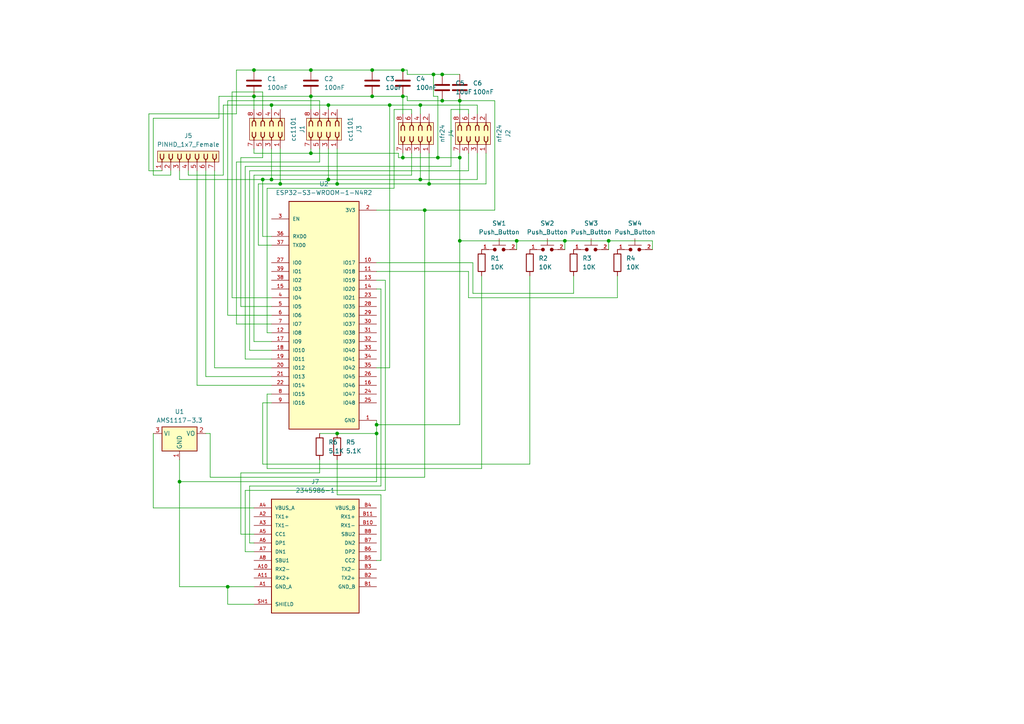
<source format=kicad_sch>
(kicad_sch
	(version 20250114)
	(generator "eeschema")
	(generator_version "9.0")
	(uuid "aa599a99-e378-4709-88c3-e8a6cd1f10e2")
	(paper "A4")
	(lib_symbols
		(symbol "Device:C"
			(pin_numbers
				(hide yes)
			)
			(pin_names
				(offset 0.254)
			)
			(exclude_from_sim no)
			(in_bom yes)
			(on_board yes)
			(property "Reference" "C"
				(at 0.635 2.54 0)
				(effects
					(font
						(size 1.27 1.27)
					)
					(justify left)
				)
			)
			(property "Value" "C"
				(at 0.635 -2.54 0)
				(effects
					(font
						(size 1.27 1.27)
					)
					(justify left)
				)
			)
			(property "Footprint" ""
				(at 0.9652 -3.81 0)
				(effects
					(font
						(size 1.27 1.27)
					)
					(hide yes)
				)
			)
			(property "Datasheet" "~"
				(at 0 0 0)
				(effects
					(font
						(size 1.27 1.27)
					)
					(hide yes)
				)
			)
			(property "Description" "Unpolarized capacitor"
				(at 0 0 0)
				(effects
					(font
						(size 1.27 1.27)
					)
					(hide yes)
				)
			)
			(property "ki_keywords" "cap capacitor"
				(at 0 0 0)
				(effects
					(font
						(size 1.27 1.27)
					)
					(hide yes)
				)
			)
			(property "ki_fp_filters" "C_*"
				(at 0 0 0)
				(effects
					(font
						(size 1.27 1.27)
					)
					(hide yes)
				)
			)
			(symbol "C_0_1"
				(polyline
					(pts
						(xy -2.032 0.762) (xy 2.032 0.762)
					)
					(stroke
						(width 0.508)
						(type default)
					)
					(fill
						(type none)
					)
				)
				(polyline
					(pts
						(xy -2.032 -0.762) (xy 2.032 -0.762)
					)
					(stroke
						(width 0.508)
						(type default)
					)
					(fill
						(type none)
					)
				)
			)
			(symbol "C_1_1"
				(pin passive line
					(at 0 3.81 270)
					(length 2.794)
					(name "~"
						(effects
							(font
								(size 1.27 1.27)
							)
						)
					)
					(number "1"
						(effects
							(font
								(size 1.27 1.27)
							)
						)
					)
				)
				(pin passive line
					(at 0 -3.81 90)
					(length 2.794)
					(name "~"
						(effects
							(font
								(size 1.27 1.27)
							)
						)
					)
					(number "2"
						(effects
							(font
								(size 1.27 1.27)
							)
						)
					)
				)
			)
			(embedded_fonts no)
		)
		(symbol "Device:R"
			(pin_numbers
				(hide yes)
			)
			(pin_names
				(offset 0)
			)
			(exclude_from_sim no)
			(in_bom yes)
			(on_board yes)
			(property "Reference" "R"
				(at 2.032 0 90)
				(effects
					(font
						(size 1.27 1.27)
					)
				)
			)
			(property "Value" "R"
				(at 0 0 90)
				(effects
					(font
						(size 1.27 1.27)
					)
				)
			)
			(property "Footprint" ""
				(at -1.778 0 90)
				(effects
					(font
						(size 1.27 1.27)
					)
					(hide yes)
				)
			)
			(property "Datasheet" "~"
				(at 0 0 0)
				(effects
					(font
						(size 1.27 1.27)
					)
					(hide yes)
				)
			)
			(property "Description" "Resistor"
				(at 0 0 0)
				(effects
					(font
						(size 1.27 1.27)
					)
					(hide yes)
				)
			)
			(property "ki_keywords" "R res resistor"
				(at 0 0 0)
				(effects
					(font
						(size 1.27 1.27)
					)
					(hide yes)
				)
			)
			(property "ki_fp_filters" "R_*"
				(at 0 0 0)
				(effects
					(font
						(size 1.27 1.27)
					)
					(hide yes)
				)
			)
			(symbol "R_0_1"
				(rectangle
					(start -1.016 -2.54)
					(end 1.016 2.54)
					(stroke
						(width 0.254)
						(type default)
					)
					(fill
						(type none)
					)
				)
			)
			(symbol "R_1_1"
				(pin passive line
					(at 0 3.81 270)
					(length 1.27)
					(name "~"
						(effects
							(font
								(size 1.27 1.27)
							)
						)
					)
					(number "1"
						(effects
							(font
								(size 1.27 1.27)
							)
						)
					)
				)
				(pin passive line
					(at 0 -3.81 90)
					(length 1.27)
					(name "~"
						(effects
							(font
								(size 1.27 1.27)
							)
						)
					)
					(number "2"
						(effects
							(font
								(size 1.27 1.27)
							)
						)
					)
				)
			)
			(embedded_fonts no)
		)
		(symbol "PCM_SL_Devices:Push_Button"
			(exclude_from_sim no)
			(in_bom yes)
			(on_board yes)
			(property "Reference" "SW"
				(at 0 6.35 0)
				(effects
					(font
						(size 1.27 1.27)
					)
				)
			)
			(property "Value" "Push_Button"
				(at 0 4.445 0)
				(effects
					(font
						(size 1.27 1.27)
					)
				)
			)
			(property "Footprint" "Button_Switch_THT:SW_PUSH_6mm"
				(at -0.127 -3.175 0)
				(effects
					(font
						(size 1.27 1.27)
					)
					(hide yes)
				)
			)
			(property "Datasheet" ""
				(at 0 0 0)
				(effects
					(font
						(size 1.27 1.27)
					)
					(hide yes)
				)
			)
			(property "Description" "Common 6mmx6mm Push Button"
				(at 0 0 0)
				(effects
					(font
						(size 1.27 1.27)
					)
					(hide yes)
				)
			)
			(property "ki_keywords" "Switch"
				(at 0 0 0)
				(effects
					(font
						(size 1.27 1.27)
					)
					(hide yes)
				)
			)
			(symbol "Push_Button_0_1"
				(polyline
					(pts
						(xy -3.175 0) (xy -1.778 0)
					)
					(stroke
						(width 0)
						(type default)
					)
					(fill
						(type none)
					)
				)
				(polyline
					(pts
						(xy -1.905 1.27) (xy 1.905 1.27)
					)
					(stroke
						(width 0)
						(type default)
					)
					(fill
						(type none)
					)
				)
				(circle
					(center -1.27 0)
					(radius 0.4579)
					(stroke
						(width 0)
						(type default)
					)
					(fill
						(type outline)
					)
				)
				(polyline
					(pts
						(xy 0 1.27) (xy 0 3.175)
					)
					(stroke
						(width 0)
						(type default)
					)
					(fill
						(type none)
					)
				)
				(circle
					(center 1.27 0)
					(radius 0.4579)
					(stroke
						(width 0)
						(type default)
					)
					(fill
						(type outline)
					)
				)
				(polyline
					(pts
						(xy 1.778 0) (xy 3.175 0)
					)
					(stroke
						(width 0)
						(type default)
					)
					(fill
						(type none)
					)
				)
			)
			(symbol "Push_Button_1_1"
				(pin passive line
					(at -5.08 0 0)
					(length 2)
					(name ""
						(effects
							(font
								(size 1.27 1.27)
							)
						)
					)
					(number "1"
						(effects
							(font
								(size 1 1)
							)
						)
					)
				)
				(pin passive line
					(at 5.08 0 180)
					(length 2)
					(name ""
						(effects
							(font
								(size 1.27 1.27)
							)
						)
					)
					(number "2"
						(effects
							(font
								(size 1 1)
							)
						)
					)
				)
			)
			(embedded_fonts no)
		)
		(symbol "PCM_SL_Pin_Headers:PINHD_1x7_Female"
			(exclude_from_sim no)
			(in_bom yes)
			(on_board yes)
			(property "Reference" "J"
				(at 0 13.97 0)
				(effects
					(font
						(size 1.27 1.27)
					)
				)
			)
			(property "Value" "PINHD_1x7_Female"
				(at 0 11.43 0)
				(effects
					(font
						(size 1.27 1.27)
					)
				)
			)
			(property "Footprint" "Connector_PinSocket_2.54mm:PinSocket_1x07_P2.54mm_Vertical"
				(at 2.54 16.51 0)
				(effects
					(font
						(size 1.27 1.27)
					)
					(hide yes)
				)
			)
			(property "Datasheet" ""
				(at 0 13.97 0)
				(effects
					(font
						(size 1.27 1.27)
					)
					(hide yes)
				)
			)
			(property "Description" "Pin Header female with pin space 2.54mm. Pin Count -7"
				(at 0 0 0)
				(effects
					(font
						(size 1.27 1.27)
					)
					(hide yes)
				)
			)
			(property "ki_keywords" "Pin Header"
				(at 0 0 0)
				(effects
					(font
						(size 1.27 1.27)
					)
					(hide yes)
				)
			)
			(property "ki_fp_filters" "PinSocket_1x07_P2.54mm*"
				(at 0 0 0)
				(effects
					(font
						(size 1.27 1.27)
					)
					(hide yes)
				)
			)
			(symbol "PINHD_1x7_Female_0_1"
				(rectangle
					(start -1.27 8.89)
					(end 1.905 -8.89)
					(stroke
						(width 0)
						(type default)
					)
					(fill
						(type background)
					)
				)
				(polyline
					(pts
						(xy -1.27 7.62) (xy -0.508 7.62)
					)
					(stroke
						(width 0.25)
						(type default)
					)
					(fill
						(type none)
					)
				)
				(polyline
					(pts
						(xy -1.27 5.08) (xy -0.508 5.08)
					)
					(stroke
						(width 0.25)
						(type default)
					)
					(fill
						(type none)
					)
				)
				(polyline
					(pts
						(xy -1.27 2.54) (xy -0.508 2.54)
					)
					(stroke
						(width 0.25)
						(type default)
					)
					(fill
						(type none)
					)
				)
				(polyline
					(pts
						(xy -1.27 0) (xy -0.508 0)
					)
					(stroke
						(width 0.25)
						(type default)
					)
					(fill
						(type none)
					)
				)
				(polyline
					(pts
						(xy -1.27 -2.54) (xy -0.508 -2.54)
					)
					(stroke
						(width 0.25)
						(type default)
					)
					(fill
						(type none)
					)
				)
				(polyline
					(pts
						(xy -1.27 -5.08) (xy -0.508 -5.08)
					)
					(stroke
						(width 0.25)
						(type default)
					)
					(fill
						(type none)
					)
				)
				(polyline
					(pts
						(xy -1.27 -7.62) (xy -0.508 -7.62)
					)
					(stroke
						(width 0.25)
						(type default)
					)
					(fill
						(type none)
					)
				)
				(polyline
					(pts
						(xy 0 8.128) (xy 1.016 8.128)
					)
					(stroke
						(width 0.25)
						(type default)
					)
					(fill
						(type none)
					)
				)
				(arc
					(start -0.508 7.62)
					(mid -0.3592 7.9792)
					(end 0 8.128)
					(stroke
						(width 0.25)
						(type default)
					)
					(fill
						(type none)
					)
				)
				(arc
					(start 0 7.112)
					(mid -0.3592 7.2608)
					(end -0.508 7.62)
					(stroke
						(width 0.25)
						(type default)
					)
					(fill
						(type none)
					)
				)
				(polyline
					(pts
						(xy 0 7.112) (xy 1.016 7.112)
					)
					(stroke
						(width 0.25)
						(type default)
					)
					(fill
						(type none)
					)
				)
				(polyline
					(pts
						(xy 0 5.588) (xy 1.016 5.588)
					)
					(stroke
						(width 0.25)
						(type default)
					)
					(fill
						(type none)
					)
				)
				(arc
					(start -0.508 5.08)
					(mid -0.3592 5.4392)
					(end 0 5.588)
					(stroke
						(width 0.25)
						(type default)
					)
					(fill
						(type none)
					)
				)
				(arc
					(start 0 4.572)
					(mid -0.3592 4.7208)
					(end -0.508 5.08)
					(stroke
						(width 0.25)
						(type default)
					)
					(fill
						(type none)
					)
				)
				(polyline
					(pts
						(xy 0 4.572) (xy 1.016 4.572)
					)
					(stroke
						(width 0.25)
						(type default)
					)
					(fill
						(type none)
					)
				)
				(polyline
					(pts
						(xy 0 3.048) (xy 1.016 3.048)
					)
					(stroke
						(width 0.25)
						(type default)
					)
					(fill
						(type none)
					)
				)
				(arc
					(start -0.508 2.54)
					(mid -0.3592 2.8992)
					(end 0 3.048)
					(stroke
						(width 0.25)
						(type default)
					)
					(fill
						(type none)
					)
				)
				(arc
					(start 0 2.032)
					(mid -0.3592 2.1808)
					(end -0.508 2.54)
					(stroke
						(width 0.25)
						(type default)
					)
					(fill
						(type none)
					)
				)
				(polyline
					(pts
						(xy 0 2.032) (xy 1.016 2.032)
					)
					(stroke
						(width 0.25)
						(type default)
					)
					(fill
						(type none)
					)
				)
				(polyline
					(pts
						(xy 0 0.508) (xy 1.016 0.508)
					)
					(stroke
						(width 0.25)
						(type default)
					)
					(fill
						(type none)
					)
				)
				(arc
					(start -0.508 0)
					(mid -0.3592 0.3592)
					(end 0 0.508)
					(stroke
						(width 0.25)
						(type default)
					)
					(fill
						(type none)
					)
				)
				(arc
					(start 0 -0.508)
					(mid -0.3592 -0.3592)
					(end -0.508 0)
					(stroke
						(width 0.25)
						(type default)
					)
					(fill
						(type none)
					)
				)
				(polyline
					(pts
						(xy 0 -0.508) (xy 1.016 -0.508)
					)
					(stroke
						(width 0.25)
						(type default)
					)
					(fill
						(type none)
					)
				)
				(polyline
					(pts
						(xy 0 -2.032) (xy 1.016 -2.032)
					)
					(stroke
						(width 0.25)
						(type default)
					)
					(fill
						(type none)
					)
				)
				(arc
					(start -0.508 -2.54)
					(mid -0.3592 -2.1808)
					(end 0 -2.032)
					(stroke
						(width 0.25)
						(type default)
					)
					(fill
						(type none)
					)
				)
				(arc
					(start 0 -3.048)
					(mid -0.3592 -2.8992)
					(end -0.508 -2.54)
					(stroke
						(width 0.25)
						(type default)
					)
					(fill
						(type none)
					)
				)
				(polyline
					(pts
						(xy 0 -3.048) (xy 1.016 -3.048)
					)
					(stroke
						(width 0.25)
						(type default)
					)
					(fill
						(type none)
					)
				)
				(polyline
					(pts
						(xy 0 -4.572) (xy 1.016 -4.572)
					)
					(stroke
						(width 0.25)
						(type default)
					)
					(fill
						(type none)
					)
				)
				(arc
					(start -0.508 -5.08)
					(mid -0.3592 -4.7208)
					(end 0 -4.572)
					(stroke
						(width 0.25)
						(type default)
					)
					(fill
						(type none)
					)
				)
				(arc
					(start 0 -5.588)
					(mid -0.3592 -5.4392)
					(end -0.508 -5.08)
					(stroke
						(width 0.25)
						(type default)
					)
					(fill
						(type none)
					)
				)
				(polyline
					(pts
						(xy 0 -5.588) (xy 1.016 -5.588)
					)
					(stroke
						(width 0.25)
						(type default)
					)
					(fill
						(type none)
					)
				)
				(polyline
					(pts
						(xy 0 -7.112) (xy 1.016 -7.112)
					)
					(stroke
						(width 0.25)
						(type default)
					)
					(fill
						(type none)
					)
				)
				(arc
					(start -0.508 -7.62)
					(mid -0.3592 -7.2608)
					(end 0 -7.112)
					(stroke
						(width 0.25)
						(type default)
					)
					(fill
						(type none)
					)
				)
				(arc
					(start 0 -8.128)
					(mid -0.3592 -7.9792)
					(end -0.508 -7.62)
					(stroke
						(width 0.25)
						(type default)
					)
					(fill
						(type none)
					)
				)
				(polyline
					(pts
						(xy 0 -8.128) (xy 1.016 -8.128)
					)
					(stroke
						(width 0.25)
						(type default)
					)
					(fill
						(type none)
					)
				)
			)
			(symbol "PINHD_1x7_Female_1_1"
				(pin passive line
					(at -3.81 7.62 0)
					(length 2.54)
					(name ""
						(effects
							(font
								(size 1.27 1.27)
							)
						)
					)
					(number "1"
						(effects
							(font
								(size 1.27 1.27)
							)
						)
					)
				)
				(pin passive line
					(at -3.81 5.08 0)
					(length 2.54)
					(name ""
						(effects
							(font
								(size 1.27 1.27)
							)
						)
					)
					(number "2"
						(effects
							(font
								(size 1.27 1.27)
							)
						)
					)
				)
				(pin passive line
					(at -3.81 2.54 0)
					(length 2.54)
					(name ""
						(effects
							(font
								(size 1.27 1.27)
							)
						)
					)
					(number "3"
						(effects
							(font
								(size 1.27 1.27)
							)
						)
					)
				)
				(pin passive line
					(at -3.81 0 0)
					(length 2.54)
					(name ""
						(effects
							(font
								(size 1.27 1.27)
							)
						)
					)
					(number "4"
						(effects
							(font
								(size 1.27 1.27)
							)
						)
					)
				)
				(pin passive line
					(at -3.81 -2.54 0)
					(length 2.54)
					(name ""
						(effects
							(font
								(size 1.27 1.27)
							)
						)
					)
					(number "5"
						(effects
							(font
								(size 1.27 1.27)
							)
						)
					)
				)
				(pin passive line
					(at -3.81 -5.08 0)
					(length 2.54)
					(name ""
						(effects
							(font
								(size 1.27 1.27)
							)
						)
					)
					(number "6"
						(effects
							(font
								(size 1.27 1.27)
							)
						)
					)
				)
				(pin passive line
					(at -3.81 -7.62 0)
					(length 2.54)
					(name ""
						(effects
							(font
								(size 1.27 1.27)
							)
						)
					)
					(number "7"
						(effects
							(font
								(size 1.27 1.27)
							)
						)
					)
				)
			)
			(embedded_fonts no)
		)
		(symbol "PCM_SL_Pin_Headers:PINHD_2x4_Female"
			(exclude_from_sim no)
			(in_bom yes)
			(on_board yes)
			(property "Reference" "J"
				(at 0 10.16 0)
				(effects
					(font
						(size 1.27 1.27)
					)
				)
			)
			(property "Value" "PINHD_2x4_Female"
				(at 0 7.62 0)
				(effects
					(font
						(size 1.27 1.27)
					)
				)
			)
			(property "Footprint" "Connector_PinSocket_2.54mm:PinSocket_2x04_P2.54mm_Vertical"
				(at 2.54 12.7 0)
				(effects
					(font
						(size 1.27 1.27)
					)
					(hide yes)
				)
			)
			(property "Datasheet" ""
				(at 0 10.16 0)
				(effects
					(font
						(size 1.27 1.27)
					)
					(hide yes)
				)
			)
			(property "Description" "Pin Header female with pin space 2.54mm. Pin Count -8"
				(at 0 0 0)
				(effects
					(font
						(size 1.27 1.27)
					)
					(hide yes)
				)
			)
			(property "ki_keywords" "Pin Header"
				(at 0 0 0)
				(effects
					(font
						(size 1.27 1.27)
					)
					(hide yes)
				)
			)
			(property "ki_fp_filters" "PinSocket_2x04_P2.54mm*"
				(at 0 0 0)
				(effects
					(font
						(size 1.27 1.27)
					)
					(hide yes)
				)
			)
			(symbol "PINHD_2x4_Female_0_1"
				(rectangle
					(start -3.81 5.08)
					(end 2.54 -5.08)
					(stroke
						(width 0)
						(type default)
					)
					(fill
						(type background)
					)
				)
				(polyline
					(pts
						(xy -3.81 3.81) (xy -3.048 3.81)
					)
					(stroke
						(width 0.25)
						(type default)
					)
					(fill
						(type none)
					)
				)
				(polyline
					(pts
						(xy -3.81 1.27) (xy -3.048 1.27)
					)
					(stroke
						(width 0.25)
						(type default)
					)
					(fill
						(type none)
					)
				)
				(polyline
					(pts
						(xy -3.81 -1.27) (xy -3.048 -1.27)
					)
					(stroke
						(width 0.25)
						(type default)
					)
					(fill
						(type none)
					)
				)
				(polyline
					(pts
						(xy -3.81 -3.81) (xy -3.048 -3.81)
					)
					(stroke
						(width 0.25)
						(type default)
					)
					(fill
						(type none)
					)
				)
				(polyline
					(pts
						(xy -2.54 4.318) (xy -1.524 4.318)
					)
					(stroke
						(width 0.25)
						(type default)
					)
					(fill
						(type none)
					)
				)
				(arc
					(start -3.048 3.81)
					(mid -2.8992 4.1692)
					(end -2.54 4.318)
					(stroke
						(width 0.25)
						(type default)
					)
					(fill
						(type none)
					)
				)
				(arc
					(start -2.54 3.302)
					(mid -2.8992 3.4508)
					(end -3.048 3.81)
					(stroke
						(width 0.25)
						(type default)
					)
					(fill
						(type none)
					)
				)
				(polyline
					(pts
						(xy -2.54 3.302) (xy -1.524 3.302)
					)
					(stroke
						(width 0.25)
						(type default)
					)
					(fill
						(type none)
					)
				)
				(polyline
					(pts
						(xy -2.54 1.778) (xy -1.524 1.778)
					)
					(stroke
						(width 0.25)
						(type default)
					)
					(fill
						(type none)
					)
				)
				(arc
					(start -3.048 1.27)
					(mid -2.8992 1.6292)
					(end -2.54 1.778)
					(stroke
						(width 0.25)
						(type default)
					)
					(fill
						(type none)
					)
				)
				(arc
					(start -2.54 0.762)
					(mid -2.8992 0.9108)
					(end -3.048 1.27)
					(stroke
						(width 0.25)
						(type default)
					)
					(fill
						(type none)
					)
				)
				(polyline
					(pts
						(xy -2.54 0.762) (xy -1.524 0.762)
					)
					(stroke
						(width 0.25)
						(type default)
					)
					(fill
						(type none)
					)
				)
				(polyline
					(pts
						(xy -2.54 -0.762) (xy -1.524 -0.762)
					)
					(stroke
						(width 0.25)
						(type default)
					)
					(fill
						(type none)
					)
				)
				(arc
					(start -3.048 -1.27)
					(mid -2.8992 -0.9108)
					(end -2.54 -0.762)
					(stroke
						(width 0.25)
						(type default)
					)
					(fill
						(type none)
					)
				)
				(arc
					(start -2.54 -1.778)
					(mid -2.8992 -1.6292)
					(end -3.048 -1.27)
					(stroke
						(width 0.25)
						(type default)
					)
					(fill
						(type none)
					)
				)
				(polyline
					(pts
						(xy -2.54 -1.778) (xy -1.524 -1.778)
					)
					(stroke
						(width 0.25)
						(type default)
					)
					(fill
						(type none)
					)
				)
				(polyline
					(pts
						(xy -2.54 -3.302) (xy -1.524 -3.302)
					)
					(stroke
						(width 0.25)
						(type default)
					)
					(fill
						(type none)
					)
				)
				(arc
					(start -3.048 -3.81)
					(mid -2.8992 -3.4508)
					(end -2.54 -3.302)
					(stroke
						(width 0.25)
						(type default)
					)
					(fill
						(type none)
					)
				)
				(arc
					(start -2.54 -4.318)
					(mid -2.8992 -4.1692)
					(end -3.048 -3.81)
					(stroke
						(width 0.25)
						(type default)
					)
					(fill
						(type none)
					)
				)
				(polyline
					(pts
						(xy -2.54 -4.318) (xy -1.524 -4.318)
					)
					(stroke
						(width 0.25)
						(type default)
					)
					(fill
						(type none)
					)
				)
				(polyline
					(pts
						(xy 1.27 4.318) (xy 0.254 4.318)
					)
					(stroke
						(width 0.25)
						(type default)
					)
					(fill
						(type none)
					)
				)
				(arc
					(start 1.27 4.318)
					(mid 1.6292 4.1692)
					(end 1.778 3.81)
					(stroke
						(width 0.25)
						(type default)
					)
					(fill
						(type none)
					)
				)
				(arc
					(start 1.778 3.81)
					(mid 1.6292 3.4508)
					(end 1.27 3.302)
					(stroke
						(width 0.25)
						(type default)
					)
					(fill
						(type none)
					)
				)
				(polyline
					(pts
						(xy 1.27 3.302) (xy 0.254 3.302)
					)
					(stroke
						(width 0.25)
						(type default)
					)
					(fill
						(type none)
					)
				)
				(polyline
					(pts
						(xy 1.27 1.778) (xy 0.254 1.778)
					)
					(stroke
						(width 0.25)
						(type default)
					)
					(fill
						(type none)
					)
				)
				(arc
					(start 1.27 1.778)
					(mid 1.6292 1.6292)
					(end 1.778 1.27)
					(stroke
						(width 0.25)
						(type default)
					)
					(fill
						(type none)
					)
				)
				(arc
					(start 1.778 1.27)
					(mid 1.6292 0.9108)
					(end 1.27 0.762)
					(stroke
						(width 0.25)
						(type default)
					)
					(fill
						(type none)
					)
				)
				(polyline
					(pts
						(xy 1.27 0.762) (xy 0.254 0.762)
					)
					(stroke
						(width 0.25)
						(type default)
					)
					(fill
						(type none)
					)
				)
				(polyline
					(pts
						(xy 1.27 -0.762) (xy 0.254 -0.762)
					)
					(stroke
						(width 0.25)
						(type default)
					)
					(fill
						(type none)
					)
				)
				(arc
					(start 1.27 -0.762)
					(mid 1.6292 -0.9108)
					(end 1.778 -1.27)
					(stroke
						(width 0.25)
						(type default)
					)
					(fill
						(type none)
					)
				)
				(arc
					(start 1.778 -1.27)
					(mid 1.6292 -1.6292)
					(end 1.27 -1.778)
					(stroke
						(width 0.25)
						(type default)
					)
					(fill
						(type none)
					)
				)
				(polyline
					(pts
						(xy 1.27 -1.778) (xy 0.254 -1.778)
					)
					(stroke
						(width 0.25)
						(type default)
					)
					(fill
						(type none)
					)
				)
				(polyline
					(pts
						(xy 1.27 -3.302) (xy 0.254 -3.302)
					)
					(stroke
						(width 0.25)
						(type default)
					)
					(fill
						(type none)
					)
				)
				(arc
					(start 1.27 -3.302)
					(mid 1.6292 -3.4508)
					(end 1.778 -3.81)
					(stroke
						(width 0.25)
						(type default)
					)
					(fill
						(type none)
					)
				)
				(arc
					(start 1.778 -3.81)
					(mid 1.6292 -4.1692)
					(end 1.27 -4.318)
					(stroke
						(width 0.25)
						(type default)
					)
					(fill
						(type none)
					)
				)
				(polyline
					(pts
						(xy 1.27 -4.318) (xy 0.254 -4.318)
					)
					(stroke
						(width 0.25)
						(type default)
					)
					(fill
						(type none)
					)
				)
				(polyline
					(pts
						(xy 2.54 3.81) (xy 1.778 3.81)
					)
					(stroke
						(width 0.25)
						(type default)
					)
					(fill
						(type none)
					)
				)
				(polyline
					(pts
						(xy 2.54 1.27) (xy 1.778 1.27)
					)
					(stroke
						(width 0.25)
						(type default)
					)
					(fill
						(type none)
					)
				)
				(polyline
					(pts
						(xy 2.54 -1.27) (xy 1.778 -1.27)
					)
					(stroke
						(width 0.25)
						(type default)
					)
					(fill
						(type none)
					)
				)
				(polyline
					(pts
						(xy 2.54 -3.81) (xy 1.778 -3.81)
					)
					(stroke
						(width 0.25)
						(type default)
					)
					(fill
						(type none)
					)
				)
			)
			(symbol "PINHD_2x4_Female_1_1"
				(pin passive line
					(at -6.35 3.81 0)
					(length 2.54)
					(name ""
						(effects
							(font
								(size 1.27 1.27)
							)
						)
					)
					(number "2"
						(effects
							(font
								(size 1.27 1.27)
							)
						)
					)
				)
				(pin passive line
					(at -6.35 1.27 0)
					(length 2.54)
					(name ""
						(effects
							(font
								(size 1.27 1.27)
							)
						)
					)
					(number "4"
						(effects
							(font
								(size 1.27 1.27)
							)
						)
					)
				)
				(pin passive line
					(at -6.35 -1.27 0)
					(length 2.54)
					(name ""
						(effects
							(font
								(size 1.27 1.27)
							)
						)
					)
					(number "6"
						(effects
							(font
								(size 1.27 1.27)
							)
						)
					)
				)
				(pin passive line
					(at -6.35 -3.81 0)
					(length 2.54)
					(name ""
						(effects
							(font
								(size 1.27 1.27)
							)
						)
					)
					(number "8"
						(effects
							(font
								(size 1.27 1.27)
							)
						)
					)
				)
				(pin passive line
					(at 5.08 3.81 180)
					(length 2.5)
					(name ""
						(effects
							(font
								(size 0 0)
							)
						)
					)
					(number "1"
						(effects
							(font
								(size 1.27 1.27)
							)
						)
					)
				)
				(pin passive line
					(at 5.08 1.27 180)
					(length 2.5)
					(name ""
						(effects
							(font
								(size 0 0)
							)
						)
					)
					(number "3"
						(effects
							(font
								(size 1.27 1.27)
							)
						)
					)
				)
				(pin passive line
					(at 5.08 -1.27 180)
					(length 2.54)
					(name ""
						(effects
							(font
								(size 1.27 1.27)
							)
						)
					)
					(number "5"
						(effects
							(font
								(size 1.27 1.27)
							)
						)
					)
				)
				(pin passive line
					(at 5.08 -3.81 180)
					(length 2.54)
					(name ""
						(effects
							(font
								(size 1.27 1.27)
							)
						)
					)
					(number "7"
						(effects
							(font
								(size 1.27 1.27)
							)
						)
					)
				)
			)
			(embedded_fonts no)
		)
		(symbol "Regulator_Linear:AMS1117-3.3"
			(exclude_from_sim no)
			(in_bom yes)
			(on_board yes)
			(property "Reference" "U"
				(at -3.81 3.175 0)
				(effects
					(font
						(size 1.27 1.27)
					)
				)
			)
			(property "Value" "AMS1117-3.3"
				(at 0 3.175 0)
				(effects
					(font
						(size 1.27 1.27)
					)
					(justify left)
				)
			)
			(property "Footprint" "Package_TO_SOT_SMD:SOT-223-3_TabPin2"
				(at 0 5.08 0)
				(effects
					(font
						(size 1.27 1.27)
					)
					(hide yes)
				)
			)
			(property "Datasheet" "http://www.advanced-monolithic.com/pdf/ds1117.pdf"
				(at 2.54 -6.35 0)
				(effects
					(font
						(size 1.27 1.27)
					)
					(hide yes)
				)
			)
			(property "Description" "1A Low Dropout regulator, positive, 3.3V fixed output, SOT-223"
				(at 0 0 0)
				(effects
					(font
						(size 1.27 1.27)
					)
					(hide yes)
				)
			)
			(property "ki_keywords" "linear regulator ldo fixed positive"
				(at 0 0 0)
				(effects
					(font
						(size 1.27 1.27)
					)
					(hide yes)
				)
			)
			(property "ki_fp_filters" "SOT?223*TabPin2*"
				(at 0 0 0)
				(effects
					(font
						(size 1.27 1.27)
					)
					(hide yes)
				)
			)
			(symbol "AMS1117-3.3_0_1"
				(rectangle
					(start -5.08 -5.08)
					(end 5.08 1.905)
					(stroke
						(width 0.254)
						(type default)
					)
					(fill
						(type background)
					)
				)
			)
			(symbol "AMS1117-3.3_1_1"
				(pin power_in line
					(at -7.62 0 0)
					(length 2.54)
					(name "VI"
						(effects
							(font
								(size 1.27 1.27)
							)
						)
					)
					(number "3"
						(effects
							(font
								(size 1.27 1.27)
							)
						)
					)
				)
				(pin power_in line
					(at 0 -7.62 90)
					(length 2.54)
					(name "GND"
						(effects
							(font
								(size 1.27 1.27)
							)
						)
					)
					(number "1"
						(effects
							(font
								(size 1.27 1.27)
							)
						)
					)
				)
				(pin power_out line
					(at 7.62 0 180)
					(length 2.54)
					(name "VO"
						(effects
							(font
								(size 1.27 1.27)
							)
						)
					)
					(number "2"
						(effects
							(font
								(size 1.27 1.27)
							)
						)
					)
				)
			)
			(embedded_fonts no)
		)
		(symbol "esp32-s3 chip:ESP32-S3-WROOM-1-N4R2"
			(pin_names
				(offset 1.016)
			)
			(exclude_from_sim no)
			(in_bom yes)
			(on_board yes)
			(property "Reference" "U"
				(at -10.16 34.1122 0)
				(effects
					(font
						(size 1.27 1.27)
					)
					(justify left bottom)
				)
			)
			(property "Value" "ESP32-S3-WROOM-1-N4R2"
				(at -10.16 -35.56 0)
				(effects
					(font
						(size 1.27 1.27)
					)
					(justify left bottom)
				)
			)
			(property "Footprint" "ESP32-S3-WROOM-1-N4R2:XCVR_ESP32-S3-WROOM-1-N4R2"
				(at 0 0 0)
				(effects
					(font
						(size 1.27 1.27)
					)
					(justify bottom)
					(hide yes)
				)
			)
			(property "Datasheet" ""
				(at 0 0 0)
				(effects
					(font
						(size 1.27 1.27)
					)
					(hide yes)
				)
			)
			(property "Description" ""
				(at 0 0 0)
				(effects
					(font
						(size 1.27 1.27)
					)
					(hide yes)
				)
			)
			(property "MF" "Espressif Systems"
				(at 0 0 0)
				(effects
					(font
						(size 1.27 1.27)
					)
					(justify bottom)
					(hide yes)
				)
			)
			(property "MAXIMUM_PACKAGE_HEIGHT" "3.25mm"
				(at 0 0 0)
				(effects
					(font
						(size 1.27 1.27)
					)
					(justify bottom)
					(hide yes)
				)
			)
			(property "Package" "NON STANDARD Espressif Systems"
				(at 0 0 0)
				(effects
					(font
						(size 1.27 1.27)
					)
					(justify bottom)
					(hide yes)
				)
			)
			(property "Price" "None"
				(at 0 0 0)
				(effects
					(font
						(size 1.27 1.27)
					)
					(justify bottom)
					(hide yes)
				)
			)
			(property "Check_prices" "https://www.snapeda.com/parts/ESP32-S3-WROOM-1-N4R2/Espressif+Systems/view-part/?ref=eda"
				(at 0 0 0)
				(effects
					(font
						(size 1.27 1.27)
					)
					(justify bottom)
					(hide yes)
				)
			)
			(property "STANDARD" "Manufacturer Recommendations"
				(at 0 0 0)
				(effects
					(font
						(size 1.27 1.27)
					)
					(justify bottom)
					(hide yes)
				)
			)
			(property "PARTREV" "v1.0"
				(at 0 0 0)
				(effects
					(font
						(size 1.27 1.27)
					)
					(justify bottom)
					(hide yes)
				)
			)
			(property "SnapEDA_Link" "https://www.snapeda.com/parts/ESP32-S3-WROOM-1-N4R2/Espressif+Systems/view-part/?ref=snap"
				(at 0 0 0)
				(effects
					(font
						(size 1.27 1.27)
					)
					(justify bottom)
					(hide yes)
				)
			)
			(property "MP" "ESP32-S3-WROOM-1-N4R2"
				(at 0 0 0)
				(effects
					(font
						(size 1.27 1.27)
					)
					(justify bottom)
					(hide yes)
				)
			)
			(property "Description_1" "Bluetooth, WiFi 802.11b/g/n, Bluetooth v5.0 Transceiver Module 2.4GHz PCB Trace Surface Mount"
				(at 0 0 0)
				(effects
					(font
						(size 1.27 1.27)
					)
					(justify bottom)
					(hide yes)
				)
			)
			(property "Availability" "In Stock"
				(at 0 0 0)
				(effects
					(font
						(size 1.27 1.27)
					)
					(justify bottom)
					(hide yes)
				)
			)
			(property "MANUFACTURER" "Espressif"
				(at 0 0 0)
				(effects
					(font
						(size 1.27 1.27)
					)
					(justify bottom)
					(hide yes)
				)
			)
			(symbol "ESP32-S3-WROOM-1-N4R2_0_0"
				(rectangle
					(start -10.16 -33.02)
					(end 10.16 33.02)
					(stroke
						(width 0.254)
						(type default)
					)
					(fill
						(type background)
					)
				)
				(pin input line
					(at -15.24 27.94 0)
					(length 5.08)
					(name "EN"
						(effects
							(font
								(size 1.016 1.016)
							)
						)
					)
					(number "3"
						(effects
							(font
								(size 1.016 1.016)
							)
						)
					)
				)
				(pin bidirectional line
					(at -15.24 22.86 0)
					(length 5.08)
					(name "RXD0"
						(effects
							(font
								(size 1.016 1.016)
							)
						)
					)
					(number "36"
						(effects
							(font
								(size 1.016 1.016)
							)
						)
					)
				)
				(pin bidirectional line
					(at -15.24 20.32 0)
					(length 5.08)
					(name "TXD0"
						(effects
							(font
								(size 1.016 1.016)
							)
						)
					)
					(number "37"
						(effects
							(font
								(size 1.016 1.016)
							)
						)
					)
				)
				(pin bidirectional line
					(at -15.24 15.24 0)
					(length 5.08)
					(name "IO0"
						(effects
							(font
								(size 1.016 1.016)
							)
						)
					)
					(number "27"
						(effects
							(font
								(size 1.016 1.016)
							)
						)
					)
				)
				(pin bidirectional line
					(at -15.24 12.7 0)
					(length 5.08)
					(name "IO1"
						(effects
							(font
								(size 1.016 1.016)
							)
						)
					)
					(number "39"
						(effects
							(font
								(size 1.016 1.016)
							)
						)
					)
				)
				(pin bidirectional line
					(at -15.24 10.16 0)
					(length 5.08)
					(name "IO2"
						(effects
							(font
								(size 1.016 1.016)
							)
						)
					)
					(number "38"
						(effects
							(font
								(size 1.016 1.016)
							)
						)
					)
				)
				(pin bidirectional line
					(at -15.24 7.62 0)
					(length 5.08)
					(name "IO3"
						(effects
							(font
								(size 1.016 1.016)
							)
						)
					)
					(number "15"
						(effects
							(font
								(size 1.016 1.016)
							)
						)
					)
				)
				(pin bidirectional line
					(at -15.24 5.08 0)
					(length 5.08)
					(name "IO4"
						(effects
							(font
								(size 1.016 1.016)
							)
						)
					)
					(number "4"
						(effects
							(font
								(size 1.016 1.016)
							)
						)
					)
				)
				(pin bidirectional line
					(at -15.24 2.54 0)
					(length 5.08)
					(name "IO5"
						(effects
							(font
								(size 1.016 1.016)
							)
						)
					)
					(number "5"
						(effects
							(font
								(size 1.016 1.016)
							)
						)
					)
				)
				(pin bidirectional line
					(at -15.24 0 0)
					(length 5.08)
					(name "IO6"
						(effects
							(font
								(size 1.016 1.016)
							)
						)
					)
					(number "6"
						(effects
							(font
								(size 1.016 1.016)
							)
						)
					)
				)
				(pin bidirectional line
					(at -15.24 -2.54 0)
					(length 5.08)
					(name "IO7"
						(effects
							(font
								(size 1.016 1.016)
							)
						)
					)
					(number "7"
						(effects
							(font
								(size 1.016 1.016)
							)
						)
					)
				)
				(pin bidirectional line
					(at -15.24 -5.08 0)
					(length 5.08)
					(name "IO8"
						(effects
							(font
								(size 1.016 1.016)
							)
						)
					)
					(number "12"
						(effects
							(font
								(size 1.016 1.016)
							)
						)
					)
				)
				(pin bidirectional line
					(at -15.24 -7.62 0)
					(length 5.08)
					(name "IO9"
						(effects
							(font
								(size 1.016 1.016)
							)
						)
					)
					(number "17"
						(effects
							(font
								(size 1.016 1.016)
							)
						)
					)
				)
				(pin bidirectional line
					(at -15.24 -10.16 0)
					(length 5.08)
					(name "IO10"
						(effects
							(font
								(size 1.016 1.016)
							)
						)
					)
					(number "18"
						(effects
							(font
								(size 1.016 1.016)
							)
						)
					)
				)
				(pin bidirectional line
					(at -15.24 -12.7 0)
					(length 5.08)
					(name "IO11"
						(effects
							(font
								(size 1.016 1.016)
							)
						)
					)
					(number "19"
						(effects
							(font
								(size 1.016 1.016)
							)
						)
					)
				)
				(pin bidirectional line
					(at -15.24 -15.24 0)
					(length 5.08)
					(name "IO12"
						(effects
							(font
								(size 1.016 1.016)
							)
						)
					)
					(number "20"
						(effects
							(font
								(size 1.016 1.016)
							)
						)
					)
				)
				(pin bidirectional line
					(at -15.24 -17.78 0)
					(length 5.08)
					(name "IO13"
						(effects
							(font
								(size 1.016 1.016)
							)
						)
					)
					(number "21"
						(effects
							(font
								(size 1.016 1.016)
							)
						)
					)
				)
				(pin bidirectional line
					(at -15.24 -20.32 0)
					(length 5.08)
					(name "IO14"
						(effects
							(font
								(size 1.016 1.016)
							)
						)
					)
					(number "22"
						(effects
							(font
								(size 1.016 1.016)
							)
						)
					)
				)
				(pin bidirectional line
					(at -15.24 -22.86 0)
					(length 5.08)
					(name "IO15"
						(effects
							(font
								(size 1.016 1.016)
							)
						)
					)
					(number "8"
						(effects
							(font
								(size 1.016 1.016)
							)
						)
					)
				)
				(pin bidirectional line
					(at -15.24 -25.4 0)
					(length 5.08)
					(name "IO16"
						(effects
							(font
								(size 1.016 1.016)
							)
						)
					)
					(number "9"
						(effects
							(font
								(size 1.016 1.016)
							)
						)
					)
				)
				(pin power_in line
					(at 15.24 30.48 180)
					(length 5.08)
					(name "3V3"
						(effects
							(font
								(size 1.016 1.016)
							)
						)
					)
					(number "2"
						(effects
							(font
								(size 1.016 1.016)
							)
						)
					)
				)
				(pin bidirectional line
					(at 15.24 15.24 180)
					(length 5.08)
					(name "IO17"
						(effects
							(font
								(size 1.016 1.016)
							)
						)
					)
					(number "10"
						(effects
							(font
								(size 1.016 1.016)
							)
						)
					)
				)
				(pin bidirectional line
					(at 15.24 12.7 180)
					(length 5.08)
					(name "IO18"
						(effects
							(font
								(size 1.016 1.016)
							)
						)
					)
					(number "11"
						(effects
							(font
								(size 1.016 1.016)
							)
						)
					)
				)
				(pin bidirectional line
					(at 15.24 10.16 180)
					(length 5.08)
					(name "IO19"
						(effects
							(font
								(size 1.016 1.016)
							)
						)
					)
					(number "13"
						(effects
							(font
								(size 1.016 1.016)
							)
						)
					)
				)
				(pin bidirectional line
					(at 15.24 7.62 180)
					(length 5.08)
					(name "IO20"
						(effects
							(font
								(size 1.016 1.016)
							)
						)
					)
					(number "14"
						(effects
							(font
								(size 1.016 1.016)
							)
						)
					)
				)
				(pin bidirectional line
					(at 15.24 5.08 180)
					(length 5.08)
					(name "IO21"
						(effects
							(font
								(size 1.016 1.016)
							)
						)
					)
					(number "23"
						(effects
							(font
								(size 1.016 1.016)
							)
						)
					)
				)
				(pin bidirectional line
					(at 15.24 2.54 180)
					(length 5.08)
					(name "IO35"
						(effects
							(font
								(size 1.016 1.016)
							)
						)
					)
					(number "28"
						(effects
							(font
								(size 1.016 1.016)
							)
						)
					)
				)
				(pin bidirectional line
					(at 15.24 0 180)
					(length 5.08)
					(name "IO36"
						(effects
							(font
								(size 1.016 1.016)
							)
						)
					)
					(number "29"
						(effects
							(font
								(size 1.016 1.016)
							)
						)
					)
				)
				(pin bidirectional line
					(at 15.24 -2.54 180)
					(length 5.08)
					(name "IO37"
						(effects
							(font
								(size 1.016 1.016)
							)
						)
					)
					(number "30"
						(effects
							(font
								(size 1.016 1.016)
							)
						)
					)
				)
				(pin bidirectional line
					(at 15.24 -5.08 180)
					(length 5.08)
					(name "IO38"
						(effects
							(font
								(size 1.016 1.016)
							)
						)
					)
					(number "31"
						(effects
							(font
								(size 1.016 1.016)
							)
						)
					)
				)
				(pin bidirectional line
					(at 15.24 -7.62 180)
					(length 5.08)
					(name "IO39"
						(effects
							(font
								(size 1.016 1.016)
							)
						)
					)
					(number "32"
						(effects
							(font
								(size 1.016 1.016)
							)
						)
					)
				)
				(pin bidirectional line
					(at 15.24 -10.16 180)
					(length 5.08)
					(name "IO40"
						(effects
							(font
								(size 1.016 1.016)
							)
						)
					)
					(number "33"
						(effects
							(font
								(size 1.016 1.016)
							)
						)
					)
				)
				(pin bidirectional line
					(at 15.24 -12.7 180)
					(length 5.08)
					(name "IO41"
						(effects
							(font
								(size 1.016 1.016)
							)
						)
					)
					(number "34"
						(effects
							(font
								(size 1.016 1.016)
							)
						)
					)
				)
				(pin bidirectional line
					(at 15.24 -15.24 180)
					(length 5.08)
					(name "IO42"
						(effects
							(font
								(size 1.016 1.016)
							)
						)
					)
					(number "35"
						(effects
							(font
								(size 1.016 1.016)
							)
						)
					)
				)
				(pin bidirectional line
					(at 15.24 -17.78 180)
					(length 5.08)
					(name "IO45"
						(effects
							(font
								(size 1.016 1.016)
							)
						)
					)
					(number "26"
						(effects
							(font
								(size 1.016 1.016)
							)
						)
					)
				)
				(pin bidirectional line
					(at 15.24 -20.32 180)
					(length 5.08)
					(name "IO46"
						(effects
							(font
								(size 1.016 1.016)
							)
						)
					)
					(number "16"
						(effects
							(font
								(size 1.016 1.016)
							)
						)
					)
				)
				(pin bidirectional line
					(at 15.24 -22.86 180)
					(length 5.08)
					(name "IO47"
						(effects
							(font
								(size 1.016 1.016)
							)
						)
					)
					(number "24"
						(effects
							(font
								(size 1.016 1.016)
							)
						)
					)
				)
				(pin bidirectional line
					(at 15.24 -25.4 180)
					(length 5.08)
					(name "IO48"
						(effects
							(font
								(size 1.016 1.016)
							)
						)
					)
					(number "25"
						(effects
							(font
								(size 1.016 1.016)
							)
						)
					)
				)
				(pin power_in line
					(at 15.24 -30.48 180)
					(length 5.08)
					(name "GND"
						(effects
							(font
								(size 1.016 1.016)
							)
						)
					)
					(number "1"
						(effects
							(font
								(size 1.016 1.016)
							)
						)
					)
				)
				(pin power_in line
					(at 15.24 -30.48 180)
					(length 5.08)
					(hide yes)
					(name "GND"
						(effects
							(font
								(size 1.016 1.016)
							)
						)
					)
					(number "40"
						(effects
							(font
								(size 1.016 1.016)
							)
						)
					)
				)
				(pin power_in line
					(at 15.24 -30.48 180)
					(length 5.08)
					(hide yes)
					(name "GND"
						(effects
							(font
								(size 1.016 1.016)
							)
						)
					)
					(number "41_1"
						(effects
							(font
								(size 1.016 1.016)
							)
						)
					)
				)
				(pin power_in line
					(at 15.24 -30.48 180)
					(length 5.08)
					(hide yes)
					(name "GND"
						(effects
							(font
								(size 1.016 1.016)
							)
						)
					)
					(number "41_2"
						(effects
							(font
								(size 1.016 1.016)
							)
						)
					)
				)
				(pin power_in line
					(at 15.24 -30.48 180)
					(length 5.08)
					(hide yes)
					(name "GND"
						(effects
							(font
								(size 1.016 1.016)
							)
						)
					)
					(number "41_3"
						(effects
							(font
								(size 1.016 1.016)
							)
						)
					)
				)
				(pin power_in line
					(at 15.24 -30.48 180)
					(length 5.08)
					(hide yes)
					(name "GND"
						(effects
							(font
								(size 1.016 1.016)
							)
						)
					)
					(number "41_4"
						(effects
							(font
								(size 1.016 1.016)
							)
						)
					)
				)
				(pin power_in line
					(at 15.24 -30.48 180)
					(length 5.08)
					(hide yes)
					(name "GND"
						(effects
							(font
								(size 1.016 1.016)
							)
						)
					)
					(number "41_5"
						(effects
							(font
								(size 1.016 1.016)
							)
						)
					)
				)
				(pin power_in line
					(at 15.24 -30.48 180)
					(length 5.08)
					(hide yes)
					(name "GND"
						(effects
							(font
								(size 1.016 1.016)
							)
						)
					)
					(number "41_6"
						(effects
							(font
								(size 1.016 1.016)
							)
						)
					)
				)
				(pin power_in line
					(at 15.24 -30.48 180)
					(length 5.08)
					(hide yes)
					(name "GND"
						(effects
							(font
								(size 1.016 1.016)
							)
						)
					)
					(number "41_7"
						(effects
							(font
								(size 1.016 1.016)
							)
						)
					)
				)
				(pin power_in line
					(at 15.24 -30.48 180)
					(length 5.08)
					(hide yes)
					(name "GND"
						(effects
							(font
								(size 1.016 1.016)
							)
						)
					)
					(number "41_8"
						(effects
							(font
								(size 1.016 1.016)
							)
						)
					)
				)
				(pin power_in line
					(at 15.24 -30.48 180)
					(length 5.08)
					(hide yes)
					(name "GND"
						(effects
							(font
								(size 1.016 1.016)
							)
						)
					)
					(number "41_9"
						(effects
							(font
								(size 1.016 1.016)
							)
						)
					)
				)
			)
			(embedded_fonts no)
		)
		(symbol "usb-c port:2345986-1"
			(pin_names
				(offset 1.016)
			)
			(exclude_from_sim no)
			(in_bom yes)
			(on_board yes)
			(property "Reference" "J"
				(at -12.7 16.002 0)
				(effects
					(font
						(size 1.27 1.27)
					)
					(justify left bottom)
				)
			)
			(property "Value" "2345986-1"
				(at -12.7 -18.542 0)
				(effects
					(font
						(size 1.27 1.27)
					)
					(justify left top)
				)
			)
			(property "Footprint" "2345986-1:TE_2345986-1"
				(at 0 0 0)
				(effects
					(font
						(size 1.27 1.27)
					)
					(justify bottom)
					(hide yes)
				)
			)
			(property "Datasheet" ""
				(at 0 0 0)
				(effects
					(font
						(size 1.27 1.27)
					)
					(hide yes)
				)
			)
			(property "Description" ""
				(at 0 0 0)
				(effects
					(font
						(size 1.27 1.27)
					)
					(hide yes)
				)
			)
			(property "MF" "TE Connectivity"
				(at 0 0 0)
				(effects
					(font
						(size 1.27 1.27)
					)
					(justify bottom)
					(hide yes)
				)
			)
			(property "MAXIMUM_PACKAGE_HEIGHT" "3.16mm"
				(at 0 0 0)
				(effects
					(font
						(size 1.27 1.27)
					)
					(justify bottom)
					(hide yes)
				)
			)
			(property "Package" "None"
				(at 0 0 0)
				(effects
					(font
						(size 1.27 1.27)
					)
					(justify bottom)
					(hide yes)
				)
			)
			(property "Price" "None"
				(at 0 0 0)
				(effects
					(font
						(size 1.27 1.27)
					)
					(justify bottom)
					(hide yes)
				)
			)
			(property "Check_prices" "https://www.snapeda.com/parts/2345986-1/TE+Connectivity/view-part/?ref=eda"
				(at 0 0 0)
				(effects
					(font
						(size 1.27 1.27)
					)
					(justify bottom)
					(hide yes)
				)
			)
			(property "STANDARD" "Manufacturer Recommendations"
				(at 0 0 0)
				(effects
					(font
						(size 1.27 1.27)
					)
					(justify bottom)
					(hide yes)
				)
			)
			(property "PARTREV" "C"
				(at 0 0 0)
				(effects
					(font
						(size 1.27 1.27)
					)
					(justify bottom)
					(hide yes)
				)
			)
			(property "SnapEDA_Link" "https://www.snapeda.com/parts/2345986-1/TE+Connectivity/view-part/?ref=snap"
				(at 0 0 0)
				(effects
					(font
						(size 1.27 1.27)
					)
					(justify bottom)
					(hide yes)
				)
			)
			(property "MP" "2345986-1"
				(at 0 0 0)
				(effects
					(font
						(size 1.27 1.27)
					)
					(justify bottom)
					(hide yes)
				)
			)
			(property "Description_1" "USB TYPE C 3.1 TOP MOUNT DUAL SMT 1.63CH"
				(at 0 0 0)
				(effects
					(font
						(size 1.27 1.27)
					)
					(justify bottom)
					(hide yes)
				)
			)
			(property "Availability" "In Stock"
				(at 0 0 0)
				(effects
					(font
						(size 1.27 1.27)
					)
					(justify bottom)
					(hide yes)
				)
			)
			(property "MANUFACTURER" "TE Connectivity"
				(at 0 0 0)
				(effects
					(font
						(size 1.27 1.27)
					)
					(justify bottom)
					(hide yes)
				)
			)
			(symbol "2345986-1_0_0"
				(rectangle
					(start -12.7 -17.78)
					(end 12.7 15.24)
					(stroke
						(width 0.254)
						(type default)
					)
					(fill
						(type background)
					)
				)
				(pin power_in line
					(at -17.78 12.7 0)
					(length 5.08)
					(name "VBUS_A"
						(effects
							(font
								(size 1.016 1.016)
							)
						)
					)
					(number "A4"
						(effects
							(font
								(size 1.016 1.016)
							)
						)
					)
				)
				(pin power_in line
					(at -17.78 12.7 0)
					(length 5.08)
					(hide yes)
					(name "VBUS_A"
						(effects
							(font
								(size 1.016 1.016)
							)
						)
					)
					(number "A9"
						(effects
							(font
								(size 1.016 1.016)
							)
						)
					)
				)
				(pin bidirectional line
					(at -17.78 10.16 0)
					(length 5.08)
					(name "TX1+"
						(effects
							(font
								(size 1.016 1.016)
							)
						)
					)
					(number "A2"
						(effects
							(font
								(size 1.016 1.016)
							)
						)
					)
				)
				(pin bidirectional line
					(at -17.78 7.62 0)
					(length 5.08)
					(name "TX1-"
						(effects
							(font
								(size 1.016 1.016)
							)
						)
					)
					(number "A3"
						(effects
							(font
								(size 1.016 1.016)
							)
						)
					)
				)
				(pin bidirectional line
					(at -17.78 5.08 0)
					(length 5.08)
					(name "CC1"
						(effects
							(font
								(size 1.016 1.016)
							)
						)
					)
					(number "A5"
						(effects
							(font
								(size 1.016 1.016)
							)
						)
					)
				)
				(pin bidirectional line
					(at -17.78 2.54 0)
					(length 5.08)
					(name "DP1"
						(effects
							(font
								(size 1.016 1.016)
							)
						)
					)
					(number "A6"
						(effects
							(font
								(size 1.016 1.016)
							)
						)
					)
				)
				(pin bidirectional line
					(at -17.78 0 0)
					(length 5.08)
					(name "DN1"
						(effects
							(font
								(size 1.016 1.016)
							)
						)
					)
					(number "A7"
						(effects
							(font
								(size 1.016 1.016)
							)
						)
					)
				)
				(pin bidirectional line
					(at -17.78 -2.54 0)
					(length 5.08)
					(name "SBU1"
						(effects
							(font
								(size 1.016 1.016)
							)
						)
					)
					(number "A8"
						(effects
							(font
								(size 1.016 1.016)
							)
						)
					)
				)
				(pin bidirectional line
					(at -17.78 -5.08 0)
					(length 5.08)
					(name "RX2-"
						(effects
							(font
								(size 1.016 1.016)
							)
						)
					)
					(number "A10"
						(effects
							(font
								(size 1.016 1.016)
							)
						)
					)
				)
				(pin bidirectional line
					(at -17.78 -7.62 0)
					(length 5.08)
					(name "RX2+"
						(effects
							(font
								(size 1.016 1.016)
							)
						)
					)
					(number "A11"
						(effects
							(font
								(size 1.016 1.016)
							)
						)
					)
				)
				(pin power_in line
					(at -17.78 -10.16 0)
					(length 5.08)
					(name "GND_A"
						(effects
							(font
								(size 1.016 1.016)
							)
						)
					)
					(number "A1"
						(effects
							(font
								(size 1.016 1.016)
							)
						)
					)
				)
				(pin power_in line
					(at -17.78 -10.16 0)
					(length 5.08)
					(hide yes)
					(name "GND_A"
						(effects
							(font
								(size 1.016 1.016)
							)
						)
					)
					(number "A12"
						(effects
							(font
								(size 1.016 1.016)
							)
						)
					)
				)
				(pin passive line
					(at -17.78 -15.24 0)
					(length 5.08)
					(name "SHIELD"
						(effects
							(font
								(size 1.016 1.016)
							)
						)
					)
					(number "SH1"
						(effects
							(font
								(size 1.016 1.016)
							)
						)
					)
				)
				(pin passive line
					(at -17.78 -15.24 0)
					(length 5.08)
					(hide yes)
					(name "SHIELD"
						(effects
							(font
								(size 1.016 1.016)
							)
						)
					)
					(number "SH2"
						(effects
							(font
								(size 1.016 1.016)
							)
						)
					)
				)
				(pin passive line
					(at -17.78 -15.24 0)
					(length 5.08)
					(hide yes)
					(name "SHIELD"
						(effects
							(font
								(size 1.016 1.016)
							)
						)
					)
					(number "SH3"
						(effects
							(font
								(size 1.016 1.016)
							)
						)
					)
				)
				(pin passive line
					(at -17.78 -15.24 0)
					(length 5.08)
					(hide yes)
					(name "SHIELD"
						(effects
							(font
								(size 1.016 1.016)
							)
						)
					)
					(number "SH4"
						(effects
							(font
								(size 1.016 1.016)
							)
						)
					)
				)
				(pin power_in line
					(at 17.78 12.7 180)
					(length 5.08)
					(name "VBUS_B"
						(effects
							(font
								(size 1.016 1.016)
							)
						)
					)
					(number "B4"
						(effects
							(font
								(size 1.016 1.016)
							)
						)
					)
				)
				(pin power_in line
					(at 17.78 12.7 180)
					(length 5.08)
					(hide yes)
					(name "VBUS_B"
						(effects
							(font
								(size 1.016 1.016)
							)
						)
					)
					(number "B9"
						(effects
							(font
								(size 1.016 1.016)
							)
						)
					)
				)
				(pin bidirectional line
					(at 17.78 10.16 180)
					(length 5.08)
					(name "RX1+"
						(effects
							(font
								(size 1.016 1.016)
							)
						)
					)
					(number "B11"
						(effects
							(font
								(size 1.016 1.016)
							)
						)
					)
				)
				(pin bidirectional line
					(at 17.78 7.62 180)
					(length 5.08)
					(name "RX1-"
						(effects
							(font
								(size 1.016 1.016)
							)
						)
					)
					(number "B10"
						(effects
							(font
								(size 1.016 1.016)
							)
						)
					)
				)
				(pin bidirectional line
					(at 17.78 5.08 180)
					(length 5.08)
					(name "SBU2"
						(effects
							(font
								(size 1.016 1.016)
							)
						)
					)
					(number "B8"
						(effects
							(font
								(size 1.016 1.016)
							)
						)
					)
				)
				(pin bidirectional line
					(at 17.78 2.54 180)
					(length 5.08)
					(name "DN2"
						(effects
							(font
								(size 1.016 1.016)
							)
						)
					)
					(number "B7"
						(effects
							(font
								(size 1.016 1.016)
							)
						)
					)
				)
				(pin bidirectional line
					(at 17.78 0 180)
					(length 5.08)
					(name "DP2"
						(effects
							(font
								(size 1.016 1.016)
							)
						)
					)
					(number "B6"
						(effects
							(font
								(size 1.016 1.016)
							)
						)
					)
				)
				(pin bidirectional line
					(at 17.78 -2.54 180)
					(length 5.08)
					(name "CC2"
						(effects
							(font
								(size 1.016 1.016)
							)
						)
					)
					(number "B5"
						(effects
							(font
								(size 1.016 1.016)
							)
						)
					)
				)
				(pin bidirectional line
					(at 17.78 -5.08 180)
					(length 5.08)
					(name "TX2-"
						(effects
							(font
								(size 1.016 1.016)
							)
						)
					)
					(number "B3"
						(effects
							(font
								(size 1.016 1.016)
							)
						)
					)
				)
				(pin bidirectional line
					(at 17.78 -7.62 180)
					(length 5.08)
					(name "TX2+"
						(effects
							(font
								(size 1.016 1.016)
							)
						)
					)
					(number "B2"
						(effects
							(font
								(size 1.016 1.016)
							)
						)
					)
				)
				(pin power_in line
					(at 17.78 -10.16 180)
					(length 5.08)
					(name "GND_B"
						(effects
							(font
								(size 1.016 1.016)
							)
						)
					)
					(number "B1"
						(effects
							(font
								(size 1.016 1.016)
							)
						)
					)
				)
				(pin power_in line
					(at 17.78 -10.16 180)
					(length 5.08)
					(hide yes)
					(name "GND_B"
						(effects
							(font
								(size 1.016 1.016)
							)
						)
					)
					(number "B12"
						(effects
							(font
								(size 1.016 1.016)
							)
						)
					)
				)
			)
			(embedded_fonts no)
		)
	)
	(junction
		(at 73.66 27.94)
		(diameter 0)
		(color 0 0 0 0)
		(uuid "0e7a24a6-891c-4f7f-a61a-e97b194cd9ae")
	)
	(junction
		(at 95.25 30.48)
		(diameter 0)
		(color 0 0 0 0)
		(uuid "143bb883-5ea9-43f8-b37c-6cf8fce65cef")
	)
	(junction
		(at 107.95 27.94)
		(diameter 0)
		(color 0 0 0 0)
		(uuid "1e0b20a6-4842-47ba-80d7-24340cc99fed")
	)
	(junction
		(at 95.25 52.07)
		(diameter 0)
		(color 0 0 0 0)
		(uuid "1febb65b-9af5-4680-81db-7239a958e18f")
	)
	(junction
		(at 121.92 30.48)
		(diameter 0)
		(color 0 0 0 0)
		(uuid "27af6b99-3a24-4d8c-8de8-f48b6c059f91")
	)
	(junction
		(at 109.22 123.19)
		(diameter 0)
		(color 0 0 0 0)
		(uuid "2fd8c847-5c38-457f-a17d-b87d7ad34cde")
	)
	(junction
		(at 113.03 30.48)
		(diameter 0)
		(color 0 0 0 0)
		(uuid "35cdf0e3-0b16-43df-9f22-152a3c44a5f1")
	)
	(junction
		(at 125.73 21.59)
		(diameter 0)
		(color 0 0 0 0)
		(uuid "36df2beb-af90-4d41-a087-bc25cbb53e71")
	)
	(junction
		(at 133.35 69.85)
		(diameter 0)
		(color 0 0 0 0)
		(uuid "39565815-026b-4627-ba42-50d9facf76e4")
	)
	(junction
		(at 116.84 20.32)
		(diameter 0)
		(color 0 0 0 0)
		(uuid "3de86879-9cb1-4a94-a066-3c3fd2fa87be")
	)
	(junction
		(at 128.27 21.59)
		(diameter 0)
		(color 0 0 0 0)
		(uuid "3fb96a59-4ef9-4ea1-ac75-f8573717954d")
	)
	(junction
		(at 90.17 27.94)
		(diameter 0)
		(color 0 0 0 0)
		(uuid "47d3431b-640a-4cf8-8f0a-6b1e2436b2b1")
	)
	(junction
		(at 97.79 125.73)
		(diameter 0)
		(color 0 0 0 0)
		(uuid "4901d5a9-ade9-4f84-bf2a-6cc75573ef6f")
	)
	(junction
		(at 128.27 29.21)
		(diameter 0)
		(color 0 0 0 0)
		(uuid "545c17f9-677d-46f1-b0ed-def951a34253")
	)
	(junction
		(at 176.53 69.85)
		(diameter 0)
		(color 0 0 0 0)
		(uuid "54d5d45f-f9cf-47b0-b9b9-fce441c2aa50")
	)
	(junction
		(at 121.92 52.07)
		(diameter 0)
		(color 0 0 0 0)
		(uuid "5572b716-43df-44e2-b7d1-5e3a1b0b2599")
	)
	(junction
		(at 133.35 29.21)
		(diameter 0)
		(color 0 0 0 0)
		(uuid "5d9b55d9-3da7-46ce-93f2-4bc0b69d93c0")
	)
	(junction
		(at 73.66 20.32)
		(diameter 0)
		(color 0 0 0 0)
		(uuid "62e471d7-9141-4f58-ab58-a7e5fbec1fbf")
	)
	(junction
		(at 124.46 53.34)
		(diameter 0)
		(color 0 0 0 0)
		(uuid "72c97d0c-a827-4c49-b0e4-19212ca2cc61")
	)
	(junction
		(at 90.17 20.32)
		(diameter 0)
		(color 0 0 0 0)
		(uuid "7aa8b121-67ae-4b77-bf9a-bde282e4e08c")
	)
	(junction
		(at 163.83 69.85)
		(diameter 0)
		(color 0 0 0 0)
		(uuid "81bb2756-a602-4ed5-8c41-f5c65b27ae9d")
	)
	(junction
		(at 116.84 27.94)
		(diameter 0)
		(color 0 0 0 0)
		(uuid "8536b363-ae95-492e-9e8d-4f6376f874c5")
	)
	(junction
		(at 127 45.72)
		(diameter 0)
		(color 0 0 0 0)
		(uuid "94899b1b-b1ef-45c6-94d0-b646e2e722c5")
	)
	(junction
		(at 52.07 139.7)
		(diameter 0)
		(color 0 0 0 0)
		(uuid "9b9f76b5-d8ed-44df-b4cb-85bec23195d1")
	)
	(junction
		(at 76.2 52.07)
		(diameter 0)
		(color 0 0 0 0)
		(uuid "9e85eddc-28e9-4ef2-8581-1db10f8d3b52")
	)
	(junction
		(at 97.79 53.34)
		(diameter 0)
		(color 0 0 0 0)
		(uuid "a554abae-4b27-43f5-9155-b24d07e63a4f")
	)
	(junction
		(at 78.74 30.48)
		(diameter 0)
		(color 0 0 0 0)
		(uuid "a997c647-34a7-46a5-936f-8efc6611db19")
	)
	(junction
		(at 133.35 45.72)
		(diameter 0)
		(color 0 0 0 0)
		(uuid "b6f4a83c-feeb-45b1-8a22-90a995c45dbb")
	)
	(junction
		(at 116.84 45.72)
		(diameter 0)
		(color 0 0 0 0)
		(uuid "c0cbaea6-7140-4cbc-9970-15128ead1c84")
	)
	(junction
		(at 66.04 170.18)
		(diameter 0)
		(color 0 0 0 0)
		(uuid "c6ea38b2-bba2-4619-ab66-ede867fa5a8f")
	)
	(junction
		(at 123.19 60.96)
		(diameter 0)
		(color 0 0 0 0)
		(uuid "d2353292-16e7-4db3-a74d-f8ed6805e2a0")
	)
	(junction
		(at 78.74 52.07)
		(diameter 0)
		(color 0 0 0 0)
		(uuid "e2084fa4-b03b-4c72-b5fb-a84f79e4978a")
	)
	(junction
		(at 81.28 53.34)
		(diameter 0)
		(color 0 0 0 0)
		(uuid "e9bcfaef-f3ab-4b10-8cbc-0a021ad2adee")
	)
	(junction
		(at 90.17 44.45)
		(diameter 0)
		(color 0 0 0 0)
		(uuid "ee22c4c1-8657-4c4f-b3b2-cb406c5206a8")
	)
	(junction
		(at 109.22 125.73)
		(diameter 0)
		(color 0 0 0 0)
		(uuid "fa3d8830-de8a-4715-9f93-6f5be35b9760")
	)
	(junction
		(at 107.95 20.32)
		(diameter 0)
		(color 0 0 0 0)
		(uuid "fbe8dcb5-50eb-4ac7-a930-d647974322a2")
	)
	(junction
		(at 149.86 69.85)
		(diameter 0)
		(color 0 0 0 0)
		(uuid "fea36129-5f38-4cd3-a219-289afd6b54f9")
	)
	(wire
		(pts
			(xy 78.74 88.9) (xy 69.85 88.9)
		)
		(stroke
			(width 0)
			(type default)
		)
		(uuid "02689718-01d2-4728-be80-b1d7ef331c5e")
	)
	(wire
		(pts
			(xy 109.22 125.73) (xy 109.22 139.7)
		)
		(stroke
			(width 0)
			(type default)
		)
		(uuid "02837ee4-1fef-4321-87c6-643dee3ea515")
	)
	(wire
		(pts
			(xy 90.17 44.45) (xy 90.17 43.18)
		)
		(stroke
			(width 0)
			(type default)
		)
		(uuid "067130a3-b4d4-46b6-99ed-4bd47ca503b4")
	)
	(wire
		(pts
			(xy 137.16 85.09) (xy 166.37 85.09)
		)
		(stroke
			(width 0)
			(type default)
		)
		(uuid "0693c36d-82f1-4e53-97cd-28d91069b7c0")
	)
	(wire
		(pts
			(xy 66.04 29.21) (xy 92.71 29.21)
		)
		(stroke
			(width 0)
			(type default)
		)
		(uuid "0be5a569-0735-459b-9532-f580d2dd4f0d")
	)
	(wire
		(pts
			(xy 133.35 45.72) (xy 133.35 69.85)
		)
		(stroke
			(width 0)
			(type default)
		)
		(uuid "0c76e290-cbcf-4cbc-a28d-21a8e9a8470b")
	)
	(wire
		(pts
			(xy 59.69 109.22) (xy 59.69 49.53)
		)
		(stroke
			(width 0)
			(type default)
		)
		(uuid "0cbc8c40-fc0c-435c-bd2a-f8bdd60dd320")
	)
	(wire
		(pts
			(xy 153.67 134.62) (xy 153.67 80.01)
		)
		(stroke
			(width 0)
			(type default)
		)
		(uuid "0f427c39-2f76-49a0-b560-7badececd219")
	)
	(wire
		(pts
			(xy 43.18 33.02) (xy 43.18 49.53)
		)
		(stroke
			(width 0)
			(type default)
		)
		(uuid "11b81784-fbde-43a4-9115-2f4acb8f2cff")
	)
	(wire
		(pts
			(xy 109.22 83.82) (xy 110.49 83.82)
		)
		(stroke
			(width 0)
			(type default)
		)
		(uuid "123c8ba1-0224-413f-ae69-f9344844bd08")
	)
	(wire
		(pts
			(xy 128.27 29.21) (xy 133.35 29.21)
		)
		(stroke
			(width 0)
			(type default)
		)
		(uuid "1438a586-e39f-484d-9b86-939daee38dcf")
	)
	(wire
		(pts
			(xy 128.27 21.59) (xy 133.35 21.59)
		)
		(stroke
			(width 0)
			(type default)
		)
		(uuid "1502fcd6-18ff-4a85-8f76-41af58d5aa95")
	)
	(wire
		(pts
			(xy 73.66 27.94) (xy 73.66 31.75)
		)
		(stroke
			(width 0)
			(type default)
		)
		(uuid "15d8b7a9-1ecf-481e-bd86-28f4992358e8")
	)
	(wire
		(pts
			(xy 78.74 99.06) (xy 73.66 99.06)
		)
		(stroke
			(width 0)
			(type default)
		)
		(uuid "15e0ce14-d6c8-422c-bf81-b7cb3c879c2f")
	)
	(wire
		(pts
			(xy 78.74 116.84) (xy 76.2 116.84)
		)
		(stroke
			(width 0)
			(type default)
		)
		(uuid "1895dccd-d7b7-47c1-944a-07fd952fe678")
	)
	(wire
		(pts
			(xy 73.66 44.45) (xy 90.17 44.45)
		)
		(stroke
			(width 0)
			(type default)
		)
		(uuid "1b04b010-961d-4b1d-a608-113ec4961a8c")
	)
	(wire
		(pts
			(xy 116.84 45.72) (xy 127 45.72)
		)
		(stroke
			(width 0)
			(type default)
		)
		(uuid "1b108ed8-e332-48f1-a382-357b726cd307")
	)
	(wire
		(pts
			(xy 73.66 27.94) (xy 90.17 27.94)
		)
		(stroke
			(width 0)
			(type default)
		)
		(uuid "1b794d1a-6799-4d3b-a9c6-811777d9c7e1")
	)
	(wire
		(pts
			(xy 76.2 68.58) (xy 76.2 52.07)
		)
		(stroke
			(width 0)
			(type default)
		)
		(uuid "1bcfd79f-729b-4dab-98f5-ea3b86c0b019")
	)
	(wire
		(pts
			(xy 54.61 50.8) (xy 54.61 49.53)
		)
		(stroke
			(width 0)
			(type default)
		)
		(uuid "1bfc664d-93a6-4eb9-b2e7-07464191144d")
	)
	(wire
		(pts
			(xy 135.89 78.74) (xy 135.89 86.36)
		)
		(stroke
			(width 0)
			(type default)
		)
		(uuid "1db91c7e-d711-442e-97c1-6c685afbfbb9")
	)
	(wire
		(pts
			(xy 90.17 27.94) (xy 90.17 31.75)
		)
		(stroke
			(width 0)
			(type default)
		)
		(uuid "1df00dfa-69fe-4dcd-8eb8-70660a84f041")
	)
	(wire
		(pts
			(xy 113.03 30.48) (xy 121.92 30.48)
		)
		(stroke
			(width 0)
			(type default)
		)
		(uuid "1f312035-c741-4a31-9e16-41df16cdf2e9")
	)
	(wire
		(pts
			(xy 73.66 147.32) (xy 44.45 147.32)
		)
		(stroke
			(width 0)
			(type default)
		)
		(uuid "1ff46ac6-1bcd-4e4a-b8c4-3cbba1de0ead")
	)
	(wire
		(pts
			(xy 176.53 69.85) (xy 176.53 72.39)
		)
		(stroke
			(width 0)
			(type default)
		)
		(uuid "22b15906-d5d5-4175-87ce-952365be7be9")
	)
	(wire
		(pts
			(xy 176.53 69.85) (xy 189.23 69.85)
		)
		(stroke
			(width 0)
			(type default)
		)
		(uuid "241042cf-8612-4a33-bc29-a75cfd96c651")
	)
	(wire
		(pts
			(xy 107.95 27.94) (xy 116.84 27.94)
		)
		(stroke
			(width 0)
			(type default)
		)
		(uuid "24455093-018e-4cb0-a5e1-3c588f3d7e51")
	)
	(wire
		(pts
			(xy 111.76 142.24) (xy 111.76 81.28)
		)
		(stroke
			(width 0)
			(type default)
		)
		(uuid "27019f6a-080d-4bf2-8687-d633cd96de0d")
	)
	(wire
		(pts
			(xy 64.77 30.48) (xy 78.74 30.48)
		)
		(stroke
			(width 0)
			(type default)
		)
		(uuid "271686cd-7f4e-445a-9b70-750bb91b9545")
	)
	(wire
		(pts
			(xy 67.31 26.67) (xy 67.31 86.36)
		)
		(stroke
			(width 0)
			(type default)
		)
		(uuid "27c925af-eda4-4f60-993e-b7f2d5fbdea7")
	)
	(wire
		(pts
			(xy 78.74 52.07) (xy 95.25 52.07)
		)
		(stroke
			(width 0)
			(type default)
		)
		(uuid "27ec1092-fbd7-49ba-b55a-a366c328fab6")
	)
	(wire
		(pts
			(xy 90.17 20.32) (xy 107.95 20.32)
		)
		(stroke
			(width 0)
			(type default)
		)
		(uuid "2a882f64-280e-4458-8780-e7d42593d976")
	)
	(wire
		(pts
			(xy 72.39 101.6) (xy 72.39 49.53)
		)
		(stroke
			(width 0)
			(type default)
		)
		(uuid "2e52d63f-860b-48ec-b2d5-de6f3c28bebb")
	)
	(wire
		(pts
			(xy 118.11 29.21) (xy 118.11 27.94)
		)
		(stroke
			(width 0)
			(type default)
		)
		(uuid "2f282f78-55d8-4d29-ad47-15e0ed426f36")
	)
	(wire
		(pts
			(xy 78.74 106.68) (xy 62.23 106.68)
		)
		(stroke
			(width 0)
			(type default)
		)
		(uuid "30d0e862-136d-4cf8-a115-88ba71ac14dd")
	)
	(wire
		(pts
			(xy 64.77 50.8) (xy 54.61 50.8)
		)
		(stroke
			(width 0)
			(type default)
		)
		(uuid "331b885e-d8bb-41f2-8ecf-b61b30dffb15")
	)
	(wire
		(pts
			(xy 76.2 52.07) (xy 78.74 52.07)
		)
		(stroke
			(width 0)
			(type default)
		)
		(uuid "33d5515e-1fce-4f5c-baab-c41e60bb7a55")
	)
	(wire
		(pts
			(xy 76.2 134.62) (xy 153.67 134.62)
		)
		(stroke
			(width 0)
			(type default)
		)
		(uuid "38828a7a-83d7-48a3-8bd1-f58447d23b95")
	)
	(wire
		(pts
			(xy 72.39 49.53) (xy 135.89 49.53)
		)
		(stroke
			(width 0)
			(type default)
		)
		(uuid "38fe7827-b651-456f-b293-e5636ce340ce")
	)
	(wire
		(pts
			(xy 78.74 111.76) (xy 57.15 111.76)
		)
		(stroke
			(width 0)
			(type default)
		)
		(uuid "39260508-a959-4bcc-8c91-ffb1906fbe6a")
	)
	(wire
		(pts
			(xy 109.22 123.19) (xy 109.22 125.73)
		)
		(stroke
			(width 0)
			(type default)
		)
		(uuid "393cb1a7-30b2-4cb6-986d-08ba87fa3029")
	)
	(wire
		(pts
			(xy 78.74 109.22) (xy 59.69 109.22)
		)
		(stroke
			(width 0)
			(type default)
		)
		(uuid "39fcc041-9168-4947-98d1-5fee72df98ef")
	)
	(wire
		(pts
			(xy 119.38 31.75) (xy 119.38 33.02)
		)
		(stroke
			(width 0)
			(type default)
		)
		(uuid "3b109152-1d8d-499c-95b9-c9a1431d1289")
	)
	(wire
		(pts
			(xy 66.04 91.44) (xy 66.04 29.21)
		)
		(stroke
			(width 0)
			(type default)
		)
		(uuid "3c033ed5-86e9-4f77-b339-3b86ab863a5a")
	)
	(wire
		(pts
			(xy 166.37 85.09) (xy 166.37 80.01)
		)
		(stroke
			(width 0)
			(type default)
		)
		(uuid "3d3dff8d-c807-4fc3-8315-7c16fa5747c5")
	)
	(wire
		(pts
			(xy 163.83 69.85) (xy 176.53 69.85)
		)
		(stroke
			(width 0)
			(type default)
		)
		(uuid "3d7d2076-4642-4dc3-a78f-6a6bce6a8235")
	)
	(wire
		(pts
			(xy 118.11 21.59) (xy 118.11 20.32)
		)
		(stroke
			(width 0)
			(type default)
		)
		(uuid "3e8d0c8e-b160-4ea9-b2f6-6e0b876e0934")
	)
	(wire
		(pts
			(xy 124.46 53.34) (xy 124.46 44.45)
		)
		(stroke
			(width 0)
			(type default)
		)
		(uuid "43b7d675-2c85-437c-94e4-0e247bcfc232")
	)
	(wire
		(pts
			(xy 95.25 43.18) (xy 95.25 52.07)
		)
		(stroke
			(width 0)
			(type default)
		)
		(uuid "450ef286-4eb6-4a04-ada7-ac86dd9a6892")
	)
	(wire
		(pts
			(xy 130.81 48.26) (xy 130.81 31.75)
		)
		(stroke
			(width 0)
			(type default)
		)
		(uuid "4614395b-00cb-4a46-8619-535287793af4")
	)
	(wire
		(pts
			(xy 49.53 50.8) (xy 49.53 49.53)
		)
		(stroke
			(width 0)
			(type default)
		)
		(uuid "46c66b1a-5bfd-4256-bbec-a7a50c1161f5")
	)
	(wire
		(pts
			(xy 139.7 80.01) (xy 139.7 135.89)
		)
		(stroke
			(width 0)
			(type default)
		)
		(uuid "47b2a143-7715-4492-bfc1-a3b07f050f47")
	)
	(wire
		(pts
			(xy 78.74 96.52) (xy 77.47 96.52)
		)
		(stroke
			(width 0)
			(type default)
		)
		(uuid "482a4f41-42fa-47b5-80f1-2f3025778faf")
	)
	(wire
		(pts
			(xy 69.85 137.16) (xy 92.71 137.16)
		)
		(stroke
			(width 0)
			(type default)
		)
		(uuid "485f2e47-8274-4662-8f04-b9bbbfbe20de")
	)
	(wire
		(pts
			(xy 60.96 125.73) (xy 60.96 138.43)
		)
		(stroke
			(width 0)
			(type default)
		)
		(uuid "48895a3f-d5f3-47c2-9f27-2f63078db7b9")
	)
	(wire
		(pts
			(xy 110.49 162.56) (xy 110.49 143.51)
		)
		(stroke
			(width 0)
			(type default)
		)
		(uuid "4a245eac-858a-4364-ba68-051c2dbc212c")
	)
	(wire
		(pts
			(xy 116.84 27.94) (xy 116.84 33.02)
		)
		(stroke
			(width 0)
			(type default)
		)
		(uuid "4beb6e51-8e05-4a71-81c9-fe92aa187814")
	)
	(wire
		(pts
			(xy 95.25 30.48) (xy 95.25 31.75)
		)
		(stroke
			(width 0)
			(type default)
		)
		(uuid "4d778f54-ff4c-4d54-a8a3-d027a2887733")
	)
	(wire
		(pts
			(xy 76.2 45.72) (xy 76.2 43.18)
		)
		(stroke
			(width 0)
			(type default)
		)
		(uuid "4ebea35d-8050-469e-b074-4460a640e5dd")
	)
	(wire
		(pts
			(xy 72.39 140.97) (xy 72.39 157.48)
		)
		(stroke
			(width 0)
			(type default)
		)
		(uuid "4fae30d5-2a98-49eb-88e4-83c88d8e80a9")
	)
	(wire
		(pts
			(xy 64.77 30.48) (xy 64.77 50.8)
		)
		(stroke
			(width 0)
			(type default)
		)
		(uuid "51880512-fa1d-46aa-9653-4cb0e82a0fc0")
	)
	(wire
		(pts
			(xy 107.95 20.32) (xy 116.84 20.32)
		)
		(stroke
			(width 0)
			(type default)
		)
		(uuid "519ecc6a-a40d-41fa-925d-354d2d6e4e91")
	)
	(wire
		(pts
			(xy 123.19 138.43) (xy 123.19 60.96)
		)
		(stroke
			(width 0)
			(type default)
		)
		(uuid "52b3b21d-2923-4c5b-b61d-20253fdecb0b")
	)
	(wire
		(pts
			(xy 95.25 52.07) (xy 121.92 52.07)
		)
		(stroke
			(width 0)
			(type default)
		)
		(uuid "52cc5034-6dc7-44ef-88f5-9dbd76aa35f6")
	)
	(wire
		(pts
			(xy 81.28 53.34) (xy 97.79 53.34)
		)
		(stroke
			(width 0)
			(type default)
		)
		(uuid "53d218f1-012a-4ff2-a653-323f10298453")
	)
	(wire
		(pts
			(xy 149.86 72.39) (xy 149.86 69.85)
		)
		(stroke
			(width 0)
			(type default)
		)
		(uuid "551c001a-fa77-49b5-9aab-73e82bfd3657")
	)
	(wire
		(pts
			(xy 189.23 69.85) (xy 189.23 72.39)
		)
		(stroke
			(width 0)
			(type default)
		)
		(uuid "56906b98-b9fb-43d3-80a0-2c6b51ff48eb")
	)
	(wire
		(pts
			(xy 125.73 21.59) (xy 125.73 27.94)
		)
		(stroke
			(width 0)
			(type default)
		)
		(uuid "58cd3bc3-cb32-4c5e-af32-58ddde38daa4")
	)
	(wire
		(pts
			(xy 68.58 93.98) (xy 68.58 46.99)
		)
		(stroke
			(width 0)
			(type default)
		)
		(uuid "58ee5da0-5cf3-4ae1-87c1-8745744657f9")
	)
	(wire
		(pts
			(xy 63.5 27.94) (xy 63.5 34.29)
		)
		(stroke
			(width 0)
			(type default)
		)
		(uuid "59280886-403c-472f-be33-0afba5be2582")
	)
	(wire
		(pts
			(xy 127 45.72) (xy 127 27.94)
		)
		(stroke
			(width 0)
			(type default)
		)
		(uuid "596342ce-c85b-47bf-ab76-347a2726ae3d")
	)
	(wire
		(pts
			(xy 52.07 139.7) (xy 52.07 170.18)
		)
		(stroke
			(width 0)
			(type default)
		)
		(uuid "59899e3d-9e7d-4c88-849b-bf525bef6f0c")
	)
	(wire
		(pts
			(xy 114.3 54.61) (xy 114.3 31.75)
		)
		(stroke
			(width 0)
			(type default)
		)
		(uuid "5b8194ed-3665-40cc-8cdc-7f34402b8025")
	)
	(wire
		(pts
			(xy 135.89 44.45) (xy 135.89 49.53)
		)
		(stroke
			(width 0)
			(type default)
		)
		(uuid "5d78a9a9-228d-44f8-a687-debb3464be96")
	)
	(wire
		(pts
			(xy 109.22 81.28) (xy 111.76 81.28)
		)
		(stroke
			(width 0)
			(type default)
		)
		(uuid "5e1bcec1-578b-4204-80ba-2336a3a1d320")
	)
	(wire
		(pts
			(xy 81.28 43.18) (xy 81.28 53.34)
		)
		(stroke
			(width 0)
			(type default)
		)
		(uuid "60f4916f-73ea-4c95-9a71-43f6a39563ee")
	)
	(wire
		(pts
			(xy 78.74 93.98) (xy 68.58 93.98)
		)
		(stroke
			(width 0)
			(type default)
		)
		(uuid "61970b04-e834-4bac-83a7-fd389727716b")
	)
	(wire
		(pts
			(xy 130.81 31.75) (xy 135.89 31.75)
		)
		(stroke
			(width 0)
			(type default)
		)
		(uuid "62136db6-c42a-4ebf-beef-c26688372f4b")
	)
	(wire
		(pts
			(xy 109.22 78.74) (xy 135.89 78.74)
		)
		(stroke
			(width 0)
			(type default)
		)
		(uuid "62b22a74-dec7-4aa5-abee-ce84da2b268d")
	)
	(wire
		(pts
			(xy 78.74 101.6) (xy 72.39 101.6)
		)
		(stroke
			(width 0)
			(type default)
		)
		(uuid "67758a5f-71fc-4620-b5e3-ab22308b8790")
	)
	(wire
		(pts
			(xy 77.47 54.61) (xy 114.3 54.61)
		)
		(stroke
			(width 0)
			(type default)
		)
		(uuid "69bf8a0f-6de0-4572-b5a4-8ed000586165")
	)
	(wire
		(pts
			(xy 68.58 20.32) (xy 68.58 33.02)
		)
		(stroke
			(width 0)
			(type default)
		)
		(uuid "6b07a650-8be2-4f4b-951a-1821f5df9f16")
	)
	(wire
		(pts
			(xy 76.2 116.84) (xy 76.2 134.62)
		)
		(stroke
			(width 0)
			(type default)
		)
		(uuid "6c1eaab4-4d31-409c-8d6a-337fba753317")
	)
	(wire
		(pts
			(xy 109.22 121.92) (xy 109.22 123.19)
		)
		(stroke
			(width 0)
			(type default)
		)
		(uuid "6d18ae44-5759-4c8d-9d69-0119e21a008b")
	)
	(wire
		(pts
			(xy 69.85 45.72) (xy 76.2 45.72)
		)
		(stroke
			(width 0)
			(type default)
		)
		(uuid "6e51cae8-3c16-441b-8510-7f2b0be9d185")
	)
	(wire
		(pts
			(xy 121.92 52.07) (xy 138.43 52.07)
		)
		(stroke
			(width 0)
			(type default)
		)
		(uuid "6e593072-248e-42ed-98ce-c65402126c92")
	)
	(wire
		(pts
			(xy 92.71 137.16) (xy 92.71 133.35)
		)
		(stroke
			(width 0)
			(type default)
		)
		(uuid "72132f88-de2c-4835-893f-8e8d3880714b")
	)
	(wire
		(pts
			(xy 140.97 53.34) (xy 140.97 44.45)
		)
		(stroke
			(width 0)
			(type default)
		)
		(uuid "74009347-513d-4528-bc13-e46b3d860b28")
	)
	(wire
		(pts
			(xy 92.71 125.73) (xy 97.79 125.73)
		)
		(stroke
			(width 0)
			(type default)
		)
		(uuid "7522117e-bbfd-4e46-82e6-851f699bbe24")
	)
	(wire
		(pts
			(xy 123.19 60.96) (xy 143.51 60.96)
		)
		(stroke
			(width 0)
			(type default)
		)
		(uuid "7594578d-10ed-45a6-a0e5-ce7f3db30981")
	)
	(wire
		(pts
			(xy 118.11 27.94) (xy 116.84 27.94)
		)
		(stroke
			(width 0)
			(type default)
		)
		(uuid "76685728-e557-4268-8b6d-c85002ee6cd7")
	)
	(wire
		(pts
			(xy 71.12 160.02) (xy 71.12 142.24)
		)
		(stroke
			(width 0)
			(type default)
		)
		(uuid "78c029a2-a3d6-4800-8076-0456c2bd5b07")
	)
	(wire
		(pts
			(xy 115.57 45.72) (xy 116.84 45.72)
		)
		(stroke
			(width 0)
			(type default)
		)
		(uuid "798d0cfa-dac4-467a-9ee5-bbfb1e796379")
	)
	(wire
		(pts
			(xy 127 27.94) (xy 125.73 27.94)
		)
		(stroke
			(width 0)
			(type default)
		)
		(uuid "7c7e9c3c-145b-4723-a7ac-1aa558506ddc")
	)
	(wire
		(pts
			(xy 44.45 50.8) (xy 49.53 50.8)
		)
		(stroke
			(width 0)
			(type default)
		)
		(uuid "7f31f70b-fe75-4474-ae08-a25479c33c78")
	)
	(wire
		(pts
			(xy 118.11 20.32) (xy 116.84 20.32)
		)
		(stroke
			(width 0)
			(type default)
		)
		(uuid "83089f4a-d1f6-453f-8d28-642289a1fbb8")
	)
	(wire
		(pts
			(xy 63.5 34.29) (xy 44.45 34.29)
		)
		(stroke
			(width 0)
			(type default)
		)
		(uuid "83c56e79-bd3a-42cb-b7f8-970677a2a881")
	)
	(wire
		(pts
			(xy 143.51 60.96) (xy 143.51 29.21)
		)
		(stroke
			(width 0)
			(type default)
		)
		(uuid "897e96b8-6f49-4450-91ba-1f575724c8ff")
	)
	(wire
		(pts
			(xy 71.12 104.14) (xy 71.12 48.26)
		)
		(stroke
			(width 0)
			(type default)
		)
		(uuid "8ceedbd4-0320-4233-a53f-214fb085154b")
	)
	(wire
		(pts
			(xy 59.69 125.73) (xy 60.96 125.73)
		)
		(stroke
			(width 0)
			(type default)
		)
		(uuid "8e39b7aa-184a-4db5-b2a5-2e77c2f2d9f7")
	)
	(wire
		(pts
			(xy 43.18 49.53) (xy 46.99 49.53)
		)
		(stroke
			(width 0)
			(type default)
		)
		(uuid "8f10554a-25b1-4ce7-8ba3-c21f91500b35")
	)
	(wire
		(pts
			(xy 72.39 140.97) (xy 110.49 140.97)
		)
		(stroke
			(width 0)
			(type default)
		)
		(uuid "8fcfc0ff-8be7-4757-bd90-04460577dc2d")
	)
	(wire
		(pts
			(xy 92.71 29.21) (xy 92.71 31.75)
		)
		(stroke
			(width 0)
			(type default)
		)
		(uuid "9022ba87-781d-4cf3-88a4-5255633517d0")
	)
	(wire
		(pts
			(xy 121.92 52.07) (xy 121.92 44.45)
		)
		(stroke
			(width 0)
			(type default)
		)
		(uuid "935b4a76-d667-4aad-9df7-62242c7612a4")
	)
	(wire
		(pts
			(xy 124.46 53.34) (xy 140.97 53.34)
		)
		(stroke
			(width 0)
			(type default)
		)
		(uuid "93688583-a2dd-47d0-b837-74f603c36883")
	)
	(wire
		(pts
			(xy 68.58 33.02) (xy 43.18 33.02)
		)
		(stroke
			(width 0)
			(type default)
		)
		(uuid "93ef197e-a518-4982-b64a-20b1ee3b5017")
	)
	(wire
		(pts
			(xy 73.66 43.18) (xy 73.66 44.45)
		)
		(stroke
			(width 0)
			(type default)
		)
		(uuid "94216861-46bb-4c67-8388-12918735fe3c")
	)
	(wire
		(pts
			(xy 133.35 29.21) (xy 133.35 33.02)
		)
		(stroke
			(width 0)
			(type default)
		)
		(uuid "95814dc7-7243-45cd-9595-c4bc68e4da78")
	)
	(wire
		(pts
			(xy 137.16 76.2) (xy 137.16 85.09)
		)
		(stroke
			(width 0)
			(type default)
		)
		(uuid "9633e997-82bb-4a45-9c44-4078da90ed7b")
	)
	(wire
		(pts
			(xy 73.66 99.06) (xy 73.66 50.8)
		)
		(stroke
			(width 0)
			(type default)
		)
		(uuid "96edaae4-6ade-43d5-b99a-d2c7da8bcf07")
	)
	(wire
		(pts
			(xy 78.74 30.48) (xy 95.25 30.48)
		)
		(stroke
			(width 0)
			(type default)
		)
		(uuid "9907ce8d-9d30-4136-86bf-8aad620669ee")
	)
	(wire
		(pts
			(xy 69.85 88.9) (xy 69.85 45.72)
		)
		(stroke
			(width 0)
			(type default)
		)
		(uuid "9a8ec024-c160-400f-98d1-46539bf6dda7")
	)
	(wire
		(pts
			(xy 69.85 154.94) (xy 69.85 137.16)
		)
		(stroke
			(width 0)
			(type default)
		)
		(uuid "9ba537e9-ad1f-4945-a8eb-225e25b00506")
	)
	(wire
		(pts
			(xy 113.03 30.48) (xy 113.03 106.68)
		)
		(stroke
			(width 0)
			(type default)
		)
		(uuid "9c53bf2b-5213-4e0f-a898-1a7a37905d4b")
	)
	(wire
		(pts
			(xy 78.74 43.18) (xy 78.74 52.07)
		)
		(stroke
			(width 0)
			(type default)
		)
		(uuid "9cf3d6a3-8b6c-485f-9bb0-accd9225625b")
	)
	(wire
		(pts
			(xy 133.35 69.85) (xy 133.35 123.19)
		)
		(stroke
			(width 0)
			(type default)
		)
		(uuid "9dbde2ea-781d-4d46-9e1a-b2c1a60b91d0")
	)
	(wire
		(pts
			(xy 97.79 143.51) (xy 97.79 133.35)
		)
		(stroke
			(width 0)
			(type default)
		)
		(uuid "9f4f8c60-2d8d-41e2-827f-1ab415502250")
	)
	(wire
		(pts
			(xy 44.45 147.32) (xy 44.45 125.73)
		)
		(stroke
			(width 0)
			(type default)
		)
		(uuid "9f78f784-a9b4-4b29-ac74-ffc6c5ed589e")
	)
	(wire
		(pts
			(xy 73.66 20.32) (xy 90.17 20.32)
		)
		(stroke
			(width 0)
			(type default)
		)
		(uuid "9f948430-bd25-48c8-8f0f-bfe7c0f2b9cd")
	)
	(wire
		(pts
			(xy 114.3 31.75) (xy 119.38 31.75)
		)
		(stroke
			(width 0)
			(type default)
		)
		(uuid "a1c5bda7-8b26-453e-af74-4cb5781273f4")
	)
	(wire
		(pts
			(xy 74.93 71.12) (xy 74.93 53.34)
		)
		(stroke
			(width 0)
			(type default)
		)
		(uuid "a54a2cb2-7b78-4be9-b0ef-010db7a8bc92")
	)
	(wire
		(pts
			(xy 163.83 69.85) (xy 163.83 72.39)
		)
		(stroke
			(width 0)
			(type default)
		)
		(uuid "a8c69fff-6494-482b-ab51-56fcb413f25e")
	)
	(wire
		(pts
			(xy 127 45.72) (xy 133.35 45.72)
		)
		(stroke
			(width 0)
			(type default)
		)
		(uuid "a94e0a0f-e18a-44b4-bbdc-ba67df064b1b")
	)
	(wire
		(pts
			(xy 57.15 49.53) (xy 57.15 111.76)
		)
		(stroke
			(width 0)
			(type default)
		)
		(uuid "a9b529f3-3ad2-4420-afcb-2d7293bb5032")
	)
	(wire
		(pts
			(xy 116.84 45.72) (xy 116.84 44.45)
		)
		(stroke
			(width 0)
			(type default)
		)
		(uuid "a9fdb756-a691-4e1d-9494-32738b61f5cf")
	)
	(wire
		(pts
			(xy 68.58 46.99) (xy 92.71 46.99)
		)
		(stroke
			(width 0)
			(type default)
		)
		(uuid "aa456118-9124-494f-be03-5cac5fd6d28e")
	)
	(wire
		(pts
			(xy 60.96 138.43) (xy 123.19 138.43)
		)
		(stroke
			(width 0)
			(type default)
		)
		(uuid "ab987de7-7060-4f26-9be1-a8921c73a7e2")
	)
	(wire
		(pts
			(xy 109.22 162.56) (xy 110.49 162.56)
		)
		(stroke
			(width 0)
			(type default)
		)
		(uuid "adf5d4aa-e3e1-45b3-9c43-524a0f7be950")
	)
	(wire
		(pts
			(xy 125.73 21.59) (xy 118.11 21.59)
		)
		(stroke
			(width 0)
			(type default)
		)
		(uuid "b088b857-1428-4ee4-a65a-de73ca63b4a8")
	)
	(wire
		(pts
			(xy 78.74 114.3) (xy 77.47 114.3)
		)
		(stroke
			(width 0)
			(type default)
		)
		(uuid "b1bbb581-240d-44c8-8940-306f1adb9815")
	)
	(wire
		(pts
			(xy 110.49 143.51) (xy 97.79 143.51)
		)
		(stroke
			(width 0)
			(type default)
		)
		(uuid "b23f7e90-8b61-42ac-a8f4-ea1ae93f6559")
	)
	(wire
		(pts
			(xy 95.25 30.48) (xy 113.03 30.48)
		)
		(stroke
			(width 0)
			(type default)
		)
		(uuid "b3a0cbd9-8c0a-4544-84cd-69363ee0f2b0")
	)
	(wire
		(pts
			(xy 128.27 29.21) (xy 118.11 29.21)
		)
		(stroke
			(width 0)
			(type default)
		)
		(uuid "b3a2232d-84ae-45c6-82cc-e9a95206dfa5")
	)
	(wire
		(pts
			(xy 76.2 26.67) (xy 67.31 26.67)
		)
		(stroke
			(width 0)
			(type default)
		)
		(uuid "b547deaf-7e5f-4e94-bef4-81208db4176b")
	)
	(wire
		(pts
			(xy 76.2 31.75) (xy 76.2 26.67)
		)
		(stroke
			(width 0)
			(type default)
		)
		(uuid "b5553bbf-49fd-4b66-980c-7ea6488fda04")
	)
	(wire
		(pts
			(xy 133.35 123.19) (xy 109.22 123.19)
		)
		(stroke
			(width 0)
			(type default)
		)
		(uuid "b55a9e9a-83d0-42aa-aecc-f57ffd206d83")
	)
	(wire
		(pts
			(xy 73.66 160.02) (xy 71.12 160.02)
		)
		(stroke
			(width 0)
			(type default)
		)
		(uuid "b5c8dcfe-013c-41d1-97c1-e0424159ae4a")
	)
	(wire
		(pts
			(xy 119.38 50.8) (xy 119.38 44.45)
		)
		(stroke
			(width 0)
			(type default)
		)
		(uuid "b80ffbf8-a845-490c-b6dc-bc744913c062")
	)
	(wire
		(pts
			(xy 109.22 76.2) (xy 137.16 76.2)
		)
		(stroke
			(width 0)
			(type default)
		)
		(uuid "bb3f5834-07b7-4455-8bf8-c2a32f7fe38b")
	)
	(wire
		(pts
			(xy 125.73 21.59) (xy 128.27 21.59)
		)
		(stroke
			(width 0)
			(type default)
		)
		(uuid "be55bea6-947d-41fc-a9c2-07c1761f002a")
	)
	(wire
		(pts
			(xy 76.2 52.07) (xy 52.07 52.07)
		)
		(stroke
			(width 0)
			(type default)
		)
		(uuid "c03ac484-0fd5-4f70-a2da-bd205f3db4e7")
	)
	(wire
		(pts
			(xy 115.57 44.45) (xy 115.57 45.72)
		)
		(stroke
			(width 0)
			(type default)
		)
		(uuid "c091f0be-1bca-419a-a758-cddc12e7c835")
	)
	(wire
		(pts
			(xy 73.66 50.8) (xy 119.38 50.8)
		)
		(stroke
			(width 0)
			(type default)
		)
		(uuid "c11ccd86-510e-4dfc-8e8b-ff4388d924bc")
	)
	(wire
		(pts
			(xy 138.43 52.07) (xy 138.43 44.45)
		)
		(stroke
			(width 0)
			(type default)
		)
		(uuid "c2d628eb-c710-43ed-b78e-24c67dd1c6ee")
	)
	(wire
		(pts
			(xy 143.51 29.21) (xy 133.35 29.21)
		)
		(stroke
			(width 0)
			(type default)
		)
		(uuid "c365e23f-c615-40b4-8655-40f6d4b2f9b4")
	)
	(wire
		(pts
			(xy 90.17 27.94) (xy 107.95 27.94)
		)
		(stroke
			(width 0)
			(type default)
		)
		(uuid "c408a920-d28b-46b6-90f7-99302195f727")
	)
	(wire
		(pts
			(xy 78.74 71.12) (xy 74.93 71.12)
		)
		(stroke
			(width 0)
			(type default)
		)
		(uuid "c55b18b2-81e1-4a51-bad5-ac565cda1e1f")
	)
	(wire
		(pts
			(xy 73.66 20.32) (xy 68.58 20.32)
		)
		(stroke
			(width 0)
			(type default)
		)
		(uuid "c6453741-9506-45aa-b531-9d3593590c81")
	)
	(wire
		(pts
			(xy 72.39 157.48) (xy 73.66 157.48)
		)
		(stroke
			(width 0)
			(type default)
		)
		(uuid "c6788368-d6c1-4d4e-ba6e-69d1af6e156e")
	)
	(wire
		(pts
			(xy 109.22 106.68) (xy 113.03 106.68)
		)
		(stroke
			(width 0)
			(type default)
		)
		(uuid "c72fcaf9-58c2-47ec-9352-a7ddac4cd22d")
	)
	(wire
		(pts
			(xy 90.17 44.45) (xy 115.57 44.45)
		)
		(stroke
			(width 0)
			(type default)
		)
		(uuid "c8dd14ca-4538-49f0-9a2f-98e280f8d00e")
	)
	(wire
		(pts
			(xy 66.04 175.26) (xy 73.66 175.26)
		)
		(stroke
			(width 0)
			(type default)
		)
		(uuid "c9229f60-698d-406a-8bf6-b5d031117f3e")
	)
	(wire
		(pts
			(xy 77.47 114.3) (xy 77.47 135.89)
		)
		(stroke
			(width 0)
			(type default)
		)
		(uuid "ca00ea81-df61-4362-8882-c0821d677540")
	)
	(wire
		(pts
			(xy 52.07 52.07) (xy 52.07 49.53)
		)
		(stroke
			(width 0)
			(type default)
		)
		(uuid "caf3daec-5be1-472c-8680-fe0ffedcfb1e")
	)
	(wire
		(pts
			(xy 73.66 27.94) (xy 63.5 27.94)
		)
		(stroke
			(width 0)
			(type default)
		)
		(uuid "ccf496eb-be85-4327-8e9d-89b9e89e394f")
	)
	(wire
		(pts
			(xy 179.07 80.01) (xy 179.07 86.36)
		)
		(stroke
			(width 0)
			(type default)
		)
		(uuid "ce528a19-54b4-432e-898c-b6d1fc70750b")
	)
	(wire
		(pts
			(xy 121.92 33.02) (xy 121.92 30.48)
		)
		(stroke
			(width 0)
			(type default)
		)
		(uuid "cea0090a-e864-42c9-8b79-ea836ee1040e")
	)
	(wire
		(pts
			(xy 149.86 69.85) (xy 163.83 69.85)
		)
		(stroke
			(width 0)
			(type default)
		)
		(uuid "cf95c6ec-1da1-4c45-be9e-583f7d6cb28e")
	)
	(wire
		(pts
			(xy 77.47 96.52) (xy 77.47 54.61)
		)
		(stroke
			(width 0)
			(type default)
		)
		(uuid "cf98a421-00ab-4d63-aa31-a22f387630c5")
	)
	(wire
		(pts
			(xy 71.12 48.26) (xy 130.81 48.26)
		)
		(stroke
			(width 0)
			(type default)
		)
		(uuid "cfb9330b-92f6-4c9d-9975-f7e135d2f7f6")
	)
	(wire
		(pts
			(xy 133.35 69.85) (xy 149.86 69.85)
		)
		(stroke
			(width 0)
			(type default)
		)
		(uuid "d5b192c1-25a7-45bd-be12-5816cc9336ec")
	)
	(wire
		(pts
			(xy 121.92 30.48) (xy 138.43 30.48)
		)
		(stroke
			(width 0)
			(type default)
		)
		(uuid "d5f66193-687b-4968-b115-d8ba51c4884f")
	)
	(wire
		(pts
			(xy 109.22 139.7) (xy 52.07 139.7)
		)
		(stroke
			(width 0)
			(type default)
		)
		(uuid "d6795471-90d5-4bbe-982b-9141f747d50a")
	)
	(wire
		(pts
			(xy 66.04 175.26) (xy 66.04 170.18)
		)
		(stroke
			(width 0)
			(type default)
		)
		(uuid "d8a6cd94-f3a7-4592-adfa-3ba9c2c63128")
	)
	(wire
		(pts
			(xy 78.74 86.36) (xy 67.31 86.36)
		)
		(stroke
			(width 0)
			(type default)
		)
		(uuid "d97c22f8-8487-4c9d-a992-2d9647c5f372")
	)
	(wire
		(pts
			(xy 78.74 30.48) (xy 78.74 31.75)
		)
		(stroke
			(width 0)
			(type default)
		)
		(uuid "db1b0d2e-add6-49ad-b8a4-ce0c3c179747")
	)
	(wire
		(pts
			(xy 44.45 34.29) (xy 44.45 50.8)
		)
		(stroke
			(width 0)
			(type default)
		)
		(uuid "dc57909d-bbfc-49c5-b0de-56c49d072f97")
	)
	(wire
		(pts
			(xy 97.79 43.18) (xy 97.79 53.34)
		)
		(stroke
			(width 0)
			(type default)
		)
		(uuid "df6f6906-c1ea-42e8-a9f6-d6c4e1435ad5")
	)
	(wire
		(pts
			(xy 92.71 46.99) (xy 92.71 43.18)
		)
		(stroke
			(width 0)
			(type default)
		)
		(uuid "e1ab09c9-c05c-42dc-bf5c-498e14f99b61")
	)
	(wire
		(pts
			(xy 74.93 53.34) (xy 81.28 53.34)
		)
		(stroke
			(width 0)
			(type default)
		)
		(uuid "e514f605-bd50-4e8b-af78-6519be7684da")
	)
	(wire
		(pts
			(xy 52.07 133.35) (xy 52.07 139.7)
		)
		(stroke
			(width 0)
			(type default)
		)
		(uuid "e5cae98b-2f35-46bb-8f11-618191bdc600")
	)
	(wire
		(pts
			(xy 97.79 125.73) (xy 109.22 125.73)
		)
		(stroke
			(width 0)
			(type default)
		)
		(uuid "e646be20-1161-4621-90fc-49c6a2730b57")
	)
	(wire
		(pts
			(xy 110.49 83.82) (xy 110.49 140.97)
		)
		(stroke
			(width 0)
			(type default)
		)
		(uuid "e67719ba-fdba-4bc6-8ec1-6be3ac774614")
	)
	(wire
		(pts
			(xy 97.79 53.34) (xy 124.46 53.34)
		)
		(stroke
			(width 0)
			(type default)
		)
		(uuid "e6de2350-bb97-4b27-8fdb-43650e3b21c6")
	)
	(wire
		(pts
			(xy 78.74 104.14) (xy 71.12 104.14)
		)
		(stroke
			(width 0)
			(type default)
		)
		(uuid "e8d772af-9cb0-4237-a7cc-c88d7481e664")
	)
	(wire
		(pts
			(xy 66.04 170.18) (xy 73.66 170.18)
		)
		(stroke
			(width 0)
			(type default)
		)
		(uuid "e9079b68-4264-43e5-82a5-9cba436ce73b")
	)
	(wire
		(pts
			(xy 52.07 170.18) (xy 66.04 170.18)
		)
		(stroke
			(width 0)
			(type default)
		)
		(uuid "ed524792-fd19-4eb2-a53b-43a43a8bfc5a")
	)
	(wire
		(pts
			(xy 62.23 106.68) (xy 62.23 49.53)
		)
		(stroke
			(width 0)
			(type default)
		)
		(uuid "ef26e19b-722c-4f8f-9074-82fc84d941f3")
	)
	(wire
		(pts
			(xy 78.74 68.58) (xy 76.2 68.58)
		)
		(stroke
			(width 0)
			(type default)
		)
		(uuid "ef643a27-73bc-439f-8d8d-c97e55b2554d")
	)
	(wire
		(pts
			(xy 73.66 154.94) (xy 69.85 154.94)
		)
		(stroke
			(width 0)
			(type default)
		)
		(uuid "f292819b-03a7-484f-b17e-f0fccd591738")
	)
	(wire
		(pts
			(xy 71.12 142.24) (xy 111.76 142.24)
		)
		(stroke
			(width 0)
			(type default)
		)
		(uuid "f373cae8-74a9-426e-88cc-598a4ac079ab")
	)
	(wire
		(pts
			(xy 138.43 30.48) (xy 138.43 33.02)
		)
		(stroke
			(width 0)
			(type default)
		)
		(uuid "f4b02711-7578-4c36-9452-a096b656353c")
	)
	(wire
		(pts
			(xy 135.89 86.36) (xy 179.07 86.36)
		)
		(stroke
			(width 0)
			(type default)
		)
		(uuid "f58dd60a-bcab-4dc2-b11b-65e0765c67ee")
	)
	(wire
		(pts
			(xy 133.35 44.45) (xy 133.35 45.72)
		)
		(stroke
			(width 0)
			(type default)
		)
		(uuid "f6689be1-ca76-47e4-99dc-baa61fe15d45")
	)
	(wire
		(pts
			(xy 135.89 31.75) (xy 135.89 33.02)
		)
		(stroke
			(width 0)
			(type default)
		)
		(uuid "f7739167-a6b1-4b9a-a95e-cbbf2f6ad904")
	)
	(wire
		(pts
			(xy 139.7 135.89) (xy 77.47 135.89)
		)
		(stroke
			(width 0)
			(type default)
		)
		(uuid "f7fc3169-e522-45d9-9d78-d6dd93566b42")
	)
	(wire
		(pts
			(xy 78.74 91.44) (xy 66.04 91.44)
		)
		(stroke
			(width 0)
			(type default)
		)
		(uuid "fe836ba4-14b1-4bae-a449-639a087f5024")
	)
	(wire
		(pts
			(xy 123.19 60.96) (xy 109.22 60.96)
		)
		(stroke
			(width 0)
			(type default)
		)
		(uuid "ff84c26b-cba4-4b89-8662-4c797ff816ec")
	)
	(symbol
		(lib_id "PCM_SL_Pin_Headers:PINHD_2x4_Female")
		(at 120.65 39.37 270)
		(unit 1)
		(exclude_from_sim no)
		(in_bom yes)
		(on_board yes)
		(dnp no)
		(fields_autoplaced yes)
		(uuid "037ed5be-b133-4a2a-9d1f-86f1b1f2c779")
		(property "Reference" "J4"
			(at 130.81 38.735 0)
			(effects
				(font
					(size 1.27 1.27)
				)
			)
		)
		(property "Value" "nfr24"
			(at 128.27 38.735 0)
			(effects
				(font
					(size 1.27 1.27)
				)
			)
		)
		(property "Footprint" "Connector_PinSocket_2.54mm:PinSocket_2x04_P2.54mm_Vertical"
			(at 133.35 41.91 0)
			(effects
				(font
					(size 1.27 1.27)
				)
				(hide yes)
			)
		)
		(property "Datasheet" ""
			(at 130.81 39.37 0)
			(effects
				(font
					(size 1.27 1.27)
				)
				(hide yes)
			)
		)
		(property "Description" "Pin Header female with pin space 2.54mm. Pin Count -8"
			(at 120.65 39.37 0)
			(effects
				(font
					(size 1.27 1.27)
				)
				(hide yes)
			)
		)
		(pin "1"
			(uuid "0abb6b59-ec5a-4a9a-9dd0-2b6f1f696451")
		)
		(pin "5"
			(uuid "2edc58a6-161b-4d36-90e6-7e7587c84c72")
		)
		(pin "2"
			(uuid "238cc9af-ea64-4891-81a9-ef8e4c569a9d")
		)
		(pin "4"
			(uuid "cd728e8a-ae60-43dd-9540-6845565491b5")
		)
		(pin "6"
			(uuid "412cc989-bf5c-4fb9-b261-3212af79062e")
		)
		(pin "8"
			(uuid "f5b0d94d-69da-4580-ab96-43f119cbc5b0")
		)
		(pin "3"
			(uuid "9b13df3a-f049-4ec2-909e-7e8dc242f2c7")
		)
		(pin "7"
			(uuid "c8eb696c-8cf7-435b-8ef4-f11efe73e859")
		)
		(instances
			(project "kraky_lite"
				(path "/aa599a99-e378-4709-88c3-e8a6cd1f10e2"
					(reference "J4")
					(unit 1)
				)
			)
		)
	)
	(symbol
		(lib_id "PCM_SL_Pin_Headers:PINHD_1x7_Female")
		(at 54.61 45.72 90)
		(unit 1)
		(exclude_from_sim no)
		(in_bom yes)
		(on_board yes)
		(dnp no)
		(fields_autoplaced yes)
		(uuid "2139910e-b347-4635-b94e-0f2337f3e26d")
		(property "Reference" "J5"
			(at 54.61 39.37 90)
			(effects
				(font
					(size 1.27 1.27)
				)
			)
		)
		(property "Value" "PINHD_1x7_Female"
			(at 54.61 41.91 90)
			(effects
				(font
					(size 1.27 1.27)
				)
			)
		)
		(property "Footprint" "Connector_PinSocket_2.54mm:PinSocket_1x07_P2.54mm_Vertical"
			(at 38.1 43.18 0)
			(effects
				(font
					(size 1.27 1.27)
				)
				(hide yes)
			)
		)
		(property "Datasheet" ""
			(at 40.64 45.72 0)
			(effects
				(font
					(size 1.27 1.27)
				)
				(hide yes)
			)
		)
		(property "Description" "Pin Header female with pin space 2.54mm. Pin Count -7"
			(at 54.61 45.72 0)
			(effects
				(font
					(size 1.27 1.27)
				)
				(hide yes)
			)
		)
		(pin "6"
			(uuid "7c495868-13d2-43a9-a2a2-41643441bf3d")
		)
		(pin "3"
			(uuid "76a6ef7a-9ad1-48e7-b111-e20bd4333c14")
		)
		(pin "5"
			(uuid "6ce4f4af-63e5-497d-a700-2e765efabd2d")
		)
		(pin "1"
			(uuid "4fb5ccb1-593e-4516-b661-9757d9256068")
		)
		(pin "2"
			(uuid "4c4c9d72-8e31-41cf-8209-927a9b4f8581")
		)
		(pin "4"
			(uuid "b7159719-4dff-4cdf-a5c4-62b2de6f0d1b")
		)
		(pin "7"
			(uuid "a6c9a6af-72a3-4446-8e9c-7fb9ddf0c82a")
		)
		(instances
			(project ""
				(path "/aa599a99-e378-4709-88c3-e8a6cd1f10e2"
					(reference "J5")
					(unit 1)
				)
			)
		)
	)
	(symbol
		(lib_id "Device:C")
		(at 133.35 25.4 0)
		(unit 1)
		(exclude_from_sim no)
		(in_bom yes)
		(on_board yes)
		(dnp no)
		(fields_autoplaced yes)
		(uuid "26c47acd-27c6-4c3c-bfe6-39739bd7db63")
		(property "Reference" "C6"
			(at 137.16 24.1299 0)
			(effects
				(font
					(size 1.27 1.27)
				)
				(justify left)
			)
		)
		(property "Value" "100nF"
			(at 137.16 26.6699 0)
			(effects
				(font
					(size 1.27 1.27)
				)
				(justify left)
			)
		)
		(property "Footprint" "Capacitor_THT:C_Axial_L3.8mm_D2.6mm_P7.50mm_Horizontal"
			(at 134.3152 29.21 0)
			(effects
				(font
					(size 1.27 1.27)
				)
				(hide yes)
			)
		)
		(property "Datasheet" "~"
			(at 133.35 25.4 0)
			(effects
				(font
					(size 1.27 1.27)
				)
				(hide yes)
			)
		)
		(property "Description" "Unpolarized capacitor"
			(at 133.35 25.4 0)
			(effects
				(font
					(size 1.27 1.27)
				)
				(hide yes)
			)
		)
		(pin "1"
			(uuid "ef03e163-4d67-437e-924c-f7148da9b909")
		)
		(pin "2"
			(uuid "098fc0ea-341c-4770-acc6-27b0e69f9bbf")
		)
		(instances
			(project ""
				(path "/aa599a99-e378-4709-88c3-e8a6cd1f10e2"
					(reference "C6")
					(unit 1)
				)
			)
		)
	)
	(symbol
		(lib_id "esp32-s3 chip:ESP32-S3-WROOM-1-N4R2")
		(at 93.98 91.44 0)
		(unit 1)
		(exclude_from_sim no)
		(in_bom yes)
		(on_board yes)
		(dnp no)
		(fields_autoplaced yes)
		(uuid "304f8f90-2f28-4195-bcb9-ef04de28b1c2")
		(property "Reference" "U2"
			(at 93.98 53.34 0)
			(effects
				(font
					(size 1.27 1.27)
				)
			)
		)
		(property "Value" "ESP32-S3-WROOM-1-N4R2"
			(at 93.98 55.88 0)
			(effects
				(font
					(size 1.27 1.27)
				)
			)
		)
		(property "Footprint" "esp32-s3 chip:XCVR_ESP32-S3-WROOM-1-N4R2"
			(at 93.98 91.44 0)
			(effects
				(font
					(size 1.27 1.27)
				)
				(justify bottom)
				(hide yes)
			)
		)
		(property "Datasheet" ""
			(at 93.98 91.44 0)
			(effects
				(font
					(size 1.27 1.27)
				)
				(hide yes)
			)
		)
		(property "Description" ""
			(at 93.98 91.44 0)
			(effects
				(font
					(size 1.27 1.27)
				)
				(hide yes)
			)
		)
		(property "MF" "Espressif Systems"
			(at 93.98 91.44 0)
			(effects
				(font
					(size 1.27 1.27)
				)
				(justify bottom)
				(hide yes)
			)
		)
		(property "MAXIMUM_PACKAGE_HEIGHT" "3.25mm"
			(at 93.98 91.44 0)
			(effects
				(font
					(size 1.27 1.27)
				)
				(justify bottom)
				(hide yes)
			)
		)
		(property "Package" "NON STANDARD Espressif Systems"
			(at 93.98 91.44 0)
			(effects
				(font
					(size 1.27 1.27)
				)
				(justify bottom)
				(hide yes)
			)
		)
		(property "Price" "None"
			(at 93.98 91.44 0)
			(effects
				(font
					(size 1.27 1.27)
				)
				(justify bottom)
				(hide yes)
			)
		)
		(property "Check_prices" "https://www.snapeda.com/parts/ESP32-S3-WROOM-1-N4R2/Espressif+Systems/view-part/?ref=eda"
			(at 93.98 91.44 0)
			(effects
				(font
					(size 1.27 1.27)
				)
				(justify bottom)
				(hide yes)
			)
		)
		(property "STANDARD" "Manufacturer Recommendations"
			(at 93.98 91.44 0)
			(effects
				(font
					(size 1.27 1.27)
				)
				(justify bottom)
				(hide yes)
			)
		)
		(property "PARTREV" "v1.0"
			(at 93.98 91.44 0)
			(effects
				(font
					(size 1.27 1.27)
				)
				(justify bottom)
				(hide yes)
			)
		)
		(property "SnapEDA_Link" "https://www.snapeda.com/parts/ESP32-S3-WROOM-1-N4R2/Espressif+Systems/view-part/?ref=snap"
			(at 93.98 91.44 0)
			(effects
				(font
					(size 1.27 1.27)
				)
				(justify bottom)
				(hide yes)
			)
		)
		(property "MP" "ESP32-S3-WROOM-1-N4R2"
			(at 93.98 91.44 0)
			(effects
				(font
					(size 1.27 1.27)
				)
				(justify bottom)
				(hide yes)
			)
		)
		(property "Description_1" "Bluetooth, WiFi 802.11b/g/n, Bluetooth v5.0 Transceiver Module 2.4GHz PCB Trace Surface Mount"
			(at 93.98 91.44 0)
			(effects
				(font
					(size 1.27 1.27)
				)
				(justify bottom)
				(hide yes)
			)
		)
		(property "Availability" "In Stock"
			(at 93.98 91.44 0)
			(effects
				(font
					(size 1.27 1.27)
				)
				(justify bottom)
				(hide yes)
			)
		)
		(property "MANUFACTURER" "Espressif"
			(at 93.98 91.44 0)
			(effects
				(font
					(size 1.27 1.27)
				)
				(justify bottom)
				(hide yes)
			)
		)
		(pin "2"
			(uuid "2676aa24-87ef-4901-b6b4-72698a82bc5a")
		)
		(pin "13"
			(uuid "777ce811-6c88-457d-93a5-a6bbb5fcd704")
		)
		(pin "23"
			(uuid "e55250b3-f39c-4676-8fca-38e9cd01e24d")
		)
		(pin "10"
			(uuid "15721196-c06e-427b-84dd-cf733f50fdeb")
		)
		(pin "12"
			(uuid "3cc9086a-7b50-4fb4-a9fd-f05b791a2d6e")
		)
		(pin "4"
			(uuid "6b5da8b8-9418-47b8-bf0c-532711223c3b")
		)
		(pin "3"
			(uuid "50c63608-82ae-4403-b44d-cd10a3acf962")
		)
		(pin "7"
			(uuid "7ef025f3-5689-4b93-86a1-938c7b9c51b6")
		)
		(pin "17"
			(uuid "ace22cc7-6f15-4086-b550-83b60e7179b3")
		)
		(pin "19"
			(uuid "b7e6cea2-7480-40cb-adad-33b1cfd56473")
		)
		(pin "38"
			(uuid "e91e88dd-a1ef-4d6b-b897-414e1b1343a0")
		)
		(pin "36"
			(uuid "f174d8e4-75c8-4a69-83ae-87733560c175")
		)
		(pin "21"
			(uuid "541676da-b362-4b32-ad46-978ea884d00e")
		)
		(pin "6"
			(uuid "7185172e-d3cb-472e-a54d-b08087e81120")
		)
		(pin "8"
			(uuid "9c2c3d9b-7b1d-4677-9c04-920e247ba933")
		)
		(pin "15"
			(uuid "28a2a0ea-64e5-4ae7-90aa-0c412fed43e1")
		)
		(pin "5"
			(uuid "046a25c8-d49d-4224-9c6c-76907a0cddf2")
		)
		(pin "20"
			(uuid "3e659edd-a423-468c-9bd7-6d0f2955711f")
		)
		(pin "39"
			(uuid "07dc55f5-23ac-4a99-bd50-2fdf4ac76a2f")
		)
		(pin "18"
			(uuid "d7ff2535-d4c8-4db8-8491-be2cf1956325")
		)
		(pin "22"
			(uuid "919fdfeb-331a-49ff-8a77-b71d286125f2")
		)
		(pin "27"
			(uuid "3e928bbf-257d-4c2a-83cb-20378f5cac86")
		)
		(pin "37"
			(uuid "bb371483-f32d-4252-af4b-203ec8383e2d")
		)
		(pin "9"
			(uuid "ffcda515-7260-408b-bc43-c0bf2264979d")
		)
		(pin "11"
			(uuid "fae082cb-af49-4a0e-b83d-01a13181d4cc")
		)
		(pin "14"
			(uuid "f1c0e278-f303-4c32-9626-bbb1858ad0a4")
		)
		(pin "41_5"
			(uuid "8be4ab6e-f8f4-4f9b-8e96-a7a9987b7a69")
		)
		(pin "24"
			(uuid "9790389a-f17c-40f0-be40-4f2178bc7fa7")
		)
		(pin "32"
			(uuid "01fba763-7032-4300-9dc3-bb9a5e679cc9")
		)
		(pin "41_6"
			(uuid "f4a2780c-2237-480f-85a3-8b768e2ab9b2")
		)
		(pin "41_9"
			(uuid "30c92b9c-8dbb-4663-883d-395d55395e27")
		)
		(pin "33"
			(uuid "ab858b7e-a497-4cc1-8c74-b925de3c61ab")
		)
		(pin "30"
			(uuid "3704dafc-0432-4656-b857-b6723f94a994")
		)
		(pin "35"
			(uuid "82b548d1-179d-4c97-884c-4dfaba76652d")
		)
		(pin "26"
			(uuid "1b343a54-9359-4d86-bb96-acd601529f8c")
		)
		(pin "29"
			(uuid "a00b89f4-fef8-4e7a-8c1f-3ad8ec204b9e")
		)
		(pin "34"
			(uuid "f5f36a57-3f2c-4cb1-b8b2-4eb30430bf8d")
		)
		(pin "25"
			(uuid "6129df43-05eb-4c19-bd3f-ce2b3ba840ab")
		)
		(pin "40"
			(uuid "a6d6eed3-431f-47b6-916a-4e17a0f571f7")
		)
		(pin "41_3"
			(uuid "c2f064ca-9e8b-4dac-b1ef-bef317fc7422")
		)
		(pin "41_4"
			(uuid "0e574f35-06ea-48d6-bf5e-616fdd248f1d")
		)
		(pin "41_8"
			(uuid "14cf6848-8006-4704-a9fc-d266add8e717")
		)
		(pin "41_1"
			(uuid "fafa5782-6d01-40c3-baeb-f3d8cf664bb0")
		)
		(pin "28"
			(uuid "5b238bad-e3ba-43af-8488-4dd41476f0a1")
		)
		(pin "16"
			(uuid "686ed285-b4a6-48dd-84e6-eb5dd96b3a82")
		)
		(pin "1"
			(uuid "be1e180f-ccc7-4c70-ad1a-e8a8b86538d7")
		)
		(pin "41_2"
			(uuid "f4d1662a-22e0-4401-8802-672d7918146b")
		)
		(pin "31"
			(uuid "635af952-a5c6-4692-98b3-165869b1849f")
		)
		(pin "41_7"
			(uuid "b23dd339-3b2e-4d50-8610-80abf72f0d36")
		)
		(instances
			(project ""
				(path "/aa599a99-e378-4709-88c3-e8a6cd1f10e2"
					(reference "U2")
					(unit 1)
				)
			)
		)
	)
	(symbol
		(lib_id "Device:C")
		(at 73.66 24.13 0)
		(unit 1)
		(exclude_from_sim no)
		(in_bom yes)
		(on_board yes)
		(dnp no)
		(fields_autoplaced yes)
		(uuid "324227fb-bbe4-425c-9d46-7d054c275a2f")
		(property "Reference" "C1"
			(at 77.47 22.8599 0)
			(effects
				(font
					(size 1.27 1.27)
				)
				(justify left)
			)
		)
		(property "Value" "100nF"
			(at 77.47 25.3999 0)
			(effects
				(font
					(size 1.27 1.27)
				)
				(justify left)
			)
		)
		(property "Footprint" "Capacitor_THT:C_Axial_L3.8mm_D2.6mm_P7.50mm_Horizontal"
			(at 74.6252 27.94 0)
			(effects
				(font
					(size 1.27 1.27)
				)
				(hide yes)
			)
		)
		(property "Datasheet" "~"
			(at 73.66 24.13 0)
			(effects
				(font
					(size 1.27 1.27)
				)
				(hide yes)
			)
		)
		(property "Description" "Unpolarized capacitor"
			(at 73.66 24.13 0)
			(effects
				(font
					(size 1.27 1.27)
				)
				(hide yes)
			)
		)
		(pin "1"
			(uuid "ef03e163-4d67-437e-924c-f7148da9b90a")
		)
		(pin "2"
			(uuid "098fc0ea-341c-4770-acc6-27b0e69f9bc0")
		)
		(instances
			(project ""
				(path "/aa599a99-e378-4709-88c3-e8a6cd1f10e2"
					(reference "C1")
					(unit 1)
				)
			)
		)
	)
	(symbol
		(lib_id "usb-c port:2345986-1")
		(at 91.44 160.02 0)
		(unit 1)
		(exclude_from_sim no)
		(in_bom yes)
		(on_board yes)
		(dnp no)
		(fields_autoplaced yes)
		(uuid "35a832f6-cc7d-48c2-9196-dbae2428bc91")
		(property "Reference" "J7"
			(at 91.44 139.7 0)
			(effects
				(font
					(size 1.27 1.27)
				)
			)
		)
		(property "Value" "2345986-1"
			(at 91.44 142.24 0)
			(effects
				(font
					(size 1.27 1.27)
				)
			)
		)
		(property "Footprint" "usb-c port:TE_2345986-1"
			(at 91.44 160.02 0)
			(effects
				(font
					(size 1.27 1.27)
				)
				(justify bottom)
				(hide yes)
			)
		)
		(property "Datasheet" ""
			(at 91.44 160.02 0)
			(effects
				(font
					(size 1.27 1.27)
				)
				(hide yes)
			)
		)
		(property "Description" ""
			(at 91.44 160.02 0)
			(effects
				(font
					(size 1.27 1.27)
				)
				(hide yes)
			)
		)
		(property "MF" "TE Connectivity"
			(at 91.44 160.02 0)
			(effects
				(font
					(size 1.27 1.27)
				)
				(justify bottom)
				(hide yes)
			)
		)
		(property "MAXIMUM_PACKAGE_HEIGHT" "3.16mm"
			(at 91.44 160.02 0)
			(effects
				(font
					(size 1.27 1.27)
				)
				(justify bottom)
				(hide yes)
			)
		)
		(property "Package" "None"
			(at 91.44 160.02 0)
			(effects
				(font
					(size 1.27 1.27)
				)
				(justify bottom)
				(hide yes)
			)
		)
		(property "Price" "None"
			(at 91.44 160.02 0)
			(effects
				(font
					(size 1.27 1.27)
				)
				(justify bottom)
				(hide yes)
			)
		)
		(property "Check_prices" "https://www.snapeda.com/parts/2345986-1/TE+Connectivity/view-part/?ref=eda"
			(at 91.44 160.02 0)
			(effects
				(font
					(size 1.27 1.27)
				)
				(justify bottom)
				(hide yes)
			)
		)
		(property "STANDARD" "Manufacturer Recommendations"
			(at 91.44 160.02 0)
			(effects
				(font
					(size 1.27 1.27)
				)
				(justify bottom)
				(hide yes)
			)
		)
		(property "PARTREV" "C"
			(at 91.44 160.02 0)
			(effects
				(font
					(size 1.27 1.27)
				)
				(justify bottom)
				(hide yes)
			)
		)
		(property "SnapEDA_Link" "https://www.snapeda.com/parts/2345986-1/TE+Connectivity/view-part/?ref=snap"
			(at 91.44 160.02 0)
			(effects
				(font
					(size 1.27 1.27)
				)
				(justify bottom)
				(hide yes)
			)
		)
		(property "MP" "2345986-1"
			(at 91.44 160.02 0)
			(effects
				(font
					(size 1.27 1.27)
				)
				(justify bottom)
				(hide yes)
			)
		)
		(property "Description_1" "USB TYPE C 3.1 TOP MOUNT DUAL SMT 1.63CH"
			(at 91.44 160.02 0)
			(effects
				(font
					(size 1.27 1.27)
				)
				(justify bottom)
				(hide yes)
			)
		)
		(property "Availability" "In Stock"
			(at 91.44 160.02 0)
			(effects
				(font
					(size 1.27 1.27)
				)
				(justify bottom)
				(hide yes)
			)
		)
		(property "MANUFACTURER" "TE Connectivity"
			(at 91.44 160.02 0)
			(effects
				(font
					(size 1.27 1.27)
				)
				(justify bottom)
				(hide yes)
			)
		)
		(pin "A9"
			(uuid "dfc4ed0e-c42a-4104-bf24-bb5f1b5f5b28")
		)
		(pin "A3"
			(uuid "9d5660d7-cd21-4492-9c8e-cf35e9883d59")
		)
		(pin "A4"
			(uuid "01646760-0842-4a82-9b46-e5428465a198")
		)
		(pin "A2"
			(uuid "281ddc6e-c7fe-484c-a352-2620d49ed039")
		)
		(pin "B9"
			(uuid "30235944-c383-4564-9f9e-082ef4ea8af3")
		)
		(pin "B8"
			(uuid "6989bd52-4889-4d34-b45d-fbdca320d2d8")
		)
		(pin "A10"
			(uuid "cdedc82a-c90c-4c3c-a0ef-00db55249f74")
		)
		(pin "B1"
			(uuid "4087c689-3a37-47ab-b32e-a2b0a8bc7f95")
		)
		(pin "A8"
			(uuid "c200b184-fe3f-444a-9839-b23d5bc226f9")
		)
		(pin "A12"
			(uuid "c2e3bec5-0b6f-45b0-9fd6-c9c3bfb414aa")
		)
		(pin "B7"
			(uuid "61f7b793-c811-447b-aa6e-592b9eb6a65e")
		)
		(pin "B6"
			(uuid "26d25df7-a702-4f9e-a046-6a173715505c")
		)
		(pin "B10"
			(uuid "ca67d2a8-688a-4149-9032-b615fc7bf48d")
		)
		(pin "SH4"
			(uuid "9c5f7f61-062f-4103-b689-f2e32eb44b88")
		)
		(pin "A6"
			(uuid "e7f0a675-f7f3-4177-8d61-5997d46aae6e")
		)
		(pin "SH3"
			(uuid "fcfe9a2c-5aa0-47b5-a46c-591716e9fe53")
		)
		(pin "B2"
			(uuid "5a152b9a-b91b-46f3-ad07-1114645f06c3")
		)
		(pin "SH1"
			(uuid "db530af5-311f-4811-9d24-bdf45ea4e316")
		)
		(pin "A7"
			(uuid "777f1a48-dbb8-43bc-965e-899d71da28d7")
		)
		(pin "A11"
			(uuid "9a9485a2-caa0-4953-a11d-1127454aaf14")
		)
		(pin "A5"
			(uuid "c3555e57-de21-4ce8-ada0-d4a0c426c43a")
		)
		(pin "B4"
			(uuid "83eec16d-c67d-44ab-835e-c60b013a986e")
		)
		(pin "SH2"
			(uuid "ec575452-8f84-4a4c-b3e4-17442da44cae")
		)
		(pin "A1"
			(uuid "2311b62e-02c6-4bfd-90bf-ce59b5c5192d")
		)
		(pin "B11"
			(uuid "58f707bc-b46a-4abf-9631-8b72fbb2259a")
		)
		(pin "B5"
			(uuid "7f954d80-5892-4b75-af5e-5b163a1b2eeb")
		)
		(pin "B3"
			(uuid "9cb16a9c-5bdd-456c-8c68-62167cbb4d7d")
		)
		(pin "B12"
			(uuid "e11b73a8-a992-4b5a-a907-a40d88410be7")
		)
		(instances
			(project ""
				(path "/aa599a99-e378-4709-88c3-e8a6cd1f10e2"
					(reference "J7")
					(unit 1)
				)
			)
		)
	)
	(symbol
		(lib_id "PCM_SL_Devices:Push_Button")
		(at 171.45 72.39 0)
		(unit 1)
		(exclude_from_sim no)
		(in_bom yes)
		(on_board yes)
		(dnp no)
		(fields_autoplaced yes)
		(uuid "35ff0115-4a1b-4769-ae64-c61f6a201d28")
		(property "Reference" "SW3"
			(at 171.45 64.77 0)
			(effects
				(font
					(size 1.27 1.27)
				)
			)
		)
		(property "Value" "Push_Button"
			(at 171.45 67.31 0)
			(effects
				(font
					(size 1.27 1.27)
				)
			)
		)
		(property "Footprint" "Button_Switch_THT:SW_PUSH_6mm"
			(at 171.323 75.565 0)
			(effects
				(font
					(size 1.27 1.27)
				)
				(hide yes)
			)
		)
		(property "Datasheet" ""
			(at 171.45 72.39 0)
			(effects
				(font
					(size 1.27 1.27)
				)
				(hide yes)
			)
		)
		(property "Description" "Common 6mmx6mm Push Button"
			(at 171.45 72.39 0)
			(effects
				(font
					(size 1.27 1.27)
				)
				(hide yes)
			)
		)
		(pin "1"
			(uuid "6f313e53-c185-4211-b73b-15cebd47adba")
		)
		(pin "2"
			(uuid "9b589a6a-5396-44c0-a603-2045f82358a4")
		)
		(instances
			(project ""
				(path "/aa599a99-e378-4709-88c3-e8a6cd1f10e2"
					(reference "SW3")
					(unit 1)
				)
			)
		)
	)
	(symbol
		(lib_id "Device:C")
		(at 107.95 24.13 0)
		(unit 1)
		(exclude_from_sim no)
		(in_bom yes)
		(on_board yes)
		(dnp no)
		(fields_autoplaced yes)
		(uuid "380bf56f-b1a8-4c8f-b606-7c42064d5499")
		(property "Reference" "C3"
			(at 111.76 22.8599 0)
			(effects
				(font
					(size 1.27 1.27)
				)
				(justify left)
			)
		)
		(property "Value" "10uF"
			(at 111.76 25.3999 0)
			(effects
				(font
					(size 1.27 1.27)
				)
				(justify left)
			)
		)
		(property "Footprint" "Capacitor_THT:C_Axial_L3.8mm_D2.6mm_P7.50mm_Horizontal"
			(at 108.9152 27.94 0)
			(effects
				(font
					(size 1.27 1.27)
				)
				(hide yes)
			)
		)
		(property "Datasheet" "~"
			(at 107.95 24.13 0)
			(effects
				(font
					(size 1.27 1.27)
				)
				(hide yes)
			)
		)
		(property "Description" "Unpolarized capacitor"
			(at 107.95 24.13 0)
			(effects
				(font
					(size 1.27 1.27)
				)
				(hide yes)
			)
		)
		(pin "1"
			(uuid "ef03e163-4d67-437e-924c-f7148da9b90b")
		)
		(pin "2"
			(uuid "098fc0ea-341c-4770-acc6-27b0e69f9bc1")
		)
		(instances
			(project ""
				(path "/aa599a99-e378-4709-88c3-e8a6cd1f10e2"
					(reference "C3")
					(unit 1)
				)
			)
		)
	)
	(symbol
		(lib_id "Device:C")
		(at 128.27 25.4 0)
		(unit 1)
		(exclude_from_sim no)
		(in_bom yes)
		(on_board yes)
		(dnp no)
		(fields_autoplaced yes)
		(uuid "461af087-7e2e-4dcc-bbd9-bcf19456a691")
		(property "Reference" "C5"
			(at 132.08 24.1299 0)
			(effects
				(font
					(size 1.27 1.27)
				)
				(justify left)
			)
		)
		(property "Value" "10uF"
			(at 132.08 26.6699 0)
			(effects
				(font
					(size 1.27 1.27)
				)
				(justify left)
			)
		)
		(property "Footprint" "Capacitor_THT:C_Axial_L3.8mm_D2.6mm_P7.50mm_Horizontal"
			(at 129.2352 29.21 0)
			(effects
				(font
					(size 1.27 1.27)
				)
				(hide yes)
			)
		)
		(property "Datasheet" "~"
			(at 128.27 25.4 0)
			(effects
				(font
					(size 1.27 1.27)
				)
				(hide yes)
			)
		)
		(property "Description" "Unpolarized capacitor"
			(at 128.27 25.4 0)
			(effects
				(font
					(size 1.27 1.27)
				)
				(hide yes)
			)
		)
		(pin "1"
			(uuid "ef03e163-4d67-437e-924c-f7148da9b90c")
		)
		(pin "2"
			(uuid "098fc0ea-341c-4770-acc6-27b0e69f9bc2")
		)
		(instances
			(project ""
				(path "/aa599a99-e378-4709-88c3-e8a6cd1f10e2"
					(reference "C5")
					(unit 1)
				)
			)
		)
	)
	(symbol
		(lib_id "Device:R")
		(at 97.79 129.54 0)
		(unit 1)
		(exclude_from_sim no)
		(in_bom yes)
		(on_board yes)
		(dnp no)
		(fields_autoplaced yes)
		(uuid "4695a10e-9fd9-46d8-8bd6-6063f38d1bf5")
		(property "Reference" "R5"
			(at 100.33 128.2699 0)
			(effects
				(font
					(size 1.27 1.27)
				)
				(justify left)
			)
		)
		(property "Value" "5.1K"
			(at 100.33 130.8099 0)
			(effects
				(font
					(size 1.27 1.27)
				)
				(justify left)
			)
		)
		(property "Footprint" "Resistor_THT:R_Axial_DIN0204_L3.6mm_D1.6mm_P5.08mm_Horizontal"
			(at 96.012 129.54 90)
			(effects
				(font
					(size 1.27 1.27)
				)
				(hide yes)
			)
		)
		(property "Datasheet" "~"
			(at 97.79 129.54 0)
			(effects
				(font
					(size 1.27 1.27)
				)
				(hide yes)
			)
		)
		(property "Description" "Resistor"
			(at 97.79 129.54 0)
			(effects
				(font
					(size 1.27 1.27)
				)
				(hide yes)
			)
		)
		(pin "2"
			(uuid "32eeb61f-f0a5-4823-94c3-2867f210a0aa")
		)
		(pin "1"
			(uuid "626e25cd-aefd-424d-9318-654cec941a97")
		)
		(instances
			(project "kraky_lite"
				(path "/aa599a99-e378-4709-88c3-e8a6cd1f10e2"
					(reference "R5")
					(unit 1)
				)
			)
		)
	)
	(symbol
		(lib_id "Device:R")
		(at 166.37 76.2 0)
		(unit 1)
		(exclude_from_sim no)
		(in_bom yes)
		(on_board yes)
		(dnp no)
		(fields_autoplaced yes)
		(uuid "4afb5e11-5a60-443e-a2d4-da6dda332fd1")
		(property "Reference" "R3"
			(at 168.91 74.9299 0)
			(effects
				(font
					(size 1.27 1.27)
				)
				(justify left)
			)
		)
		(property "Value" "10K"
			(at 168.91 77.4699 0)
			(effects
				(font
					(size 1.27 1.27)
				)
				(justify left)
			)
		)
		(property "Footprint" "Resistor_THT:R_Axial_DIN0204_L3.6mm_D1.6mm_P5.08mm_Horizontal"
			(at 164.592 76.2 90)
			(effects
				(font
					(size 1.27 1.27)
				)
				(hide yes)
			)
		)
		(property "Datasheet" "~"
			(at 166.37 76.2 0)
			(effects
				(font
					(size 1.27 1.27)
				)
				(hide yes)
			)
		)
		(property "Description" "Resistor"
			(at 166.37 76.2 0)
			(effects
				(font
					(size 1.27 1.27)
				)
				(hide yes)
			)
		)
		(pin "2"
			(uuid "efa1ac4a-59bc-4325-bd21-98f6107b6b4b")
		)
		(pin "1"
			(uuid "40911334-0fd8-4bf1-9f0c-d04db81959d5")
		)
		(instances
			(project ""
				(path "/aa599a99-e378-4709-88c3-e8a6cd1f10e2"
					(reference "R3")
					(unit 1)
				)
			)
		)
	)
	(symbol
		(lib_id "PCM_SL_Devices:Push_Button")
		(at 184.15 72.39 0)
		(unit 1)
		(exclude_from_sim no)
		(in_bom yes)
		(on_board yes)
		(dnp no)
		(fields_autoplaced yes)
		(uuid "60cd36fe-70f1-4ac0-b8b3-46aa3fdad24b")
		(property "Reference" "SW4"
			(at 184.15 64.77 0)
			(effects
				(font
					(size 1.27 1.27)
				)
			)
		)
		(property "Value" "Push_Button"
			(at 184.15 67.31 0)
			(effects
				(font
					(size 1.27 1.27)
				)
			)
		)
		(property "Footprint" "Button_Switch_THT:SW_PUSH_6mm"
			(at 184.023 75.565 0)
			(effects
				(font
					(size 1.27 1.27)
				)
				(hide yes)
			)
		)
		(property "Datasheet" ""
			(at 184.15 72.39 0)
			(effects
				(font
					(size 1.27 1.27)
				)
				(hide yes)
			)
		)
		(property "Description" "Common 6mmx6mm Push Button"
			(at 184.15 72.39 0)
			(effects
				(font
					(size 1.27 1.27)
				)
				(hide yes)
			)
		)
		(pin "1"
			(uuid "6f313e53-c185-4211-b73b-15cebd47adbb")
		)
		(pin "2"
			(uuid "9b589a6a-5396-44c0-a603-2045f82358a5")
		)
		(instances
			(project ""
				(path "/aa599a99-e378-4709-88c3-e8a6cd1f10e2"
					(reference "SW4")
					(unit 1)
				)
			)
		)
	)
	(symbol
		(lib_id "Device:R")
		(at 139.7 76.2 0)
		(unit 1)
		(exclude_from_sim no)
		(in_bom yes)
		(on_board yes)
		(dnp no)
		(fields_autoplaced yes)
		(uuid "690e0048-40b1-4865-9e8c-5dc0266a830c")
		(property "Reference" "R1"
			(at 142.24 74.9299 0)
			(effects
				(font
					(size 1.27 1.27)
				)
				(justify left)
			)
		)
		(property "Value" "10K"
			(at 142.24 77.4699 0)
			(effects
				(font
					(size 1.27 1.27)
				)
				(justify left)
			)
		)
		(property "Footprint" "Resistor_THT:R_Axial_DIN0204_L3.6mm_D1.6mm_P5.08mm_Horizontal"
			(at 137.922 76.2 90)
			(effects
				(font
					(size 1.27 1.27)
				)
				(hide yes)
			)
		)
		(property "Datasheet" "~"
			(at 139.7 76.2 0)
			(effects
				(font
					(size 1.27 1.27)
				)
				(hide yes)
			)
		)
		(property "Description" "Resistor"
			(at 139.7 76.2 0)
			(effects
				(font
					(size 1.27 1.27)
				)
				(hide yes)
			)
		)
		(pin "2"
			(uuid "efa1ac4a-59bc-4325-bd21-98f6107b6b4c")
		)
		(pin "1"
			(uuid "40911334-0fd8-4bf1-9f0c-d04db81959d6")
		)
		(instances
			(project ""
				(path "/aa599a99-e378-4709-88c3-e8a6cd1f10e2"
					(reference "R1")
					(unit 1)
				)
			)
		)
	)
	(symbol
		(lib_id "Device:R")
		(at 153.67 76.2 0)
		(unit 1)
		(exclude_from_sim no)
		(in_bom yes)
		(on_board yes)
		(dnp no)
		(fields_autoplaced yes)
		(uuid "6ba791e8-e879-48d8-b6f3-093002c54e20")
		(property "Reference" "R2"
			(at 156.21 74.9299 0)
			(effects
				(font
					(size 1.27 1.27)
				)
				(justify left)
			)
		)
		(property "Value" "10K"
			(at 156.21 77.4699 0)
			(effects
				(font
					(size 1.27 1.27)
				)
				(justify left)
			)
		)
		(property "Footprint" "Resistor_THT:R_Axial_DIN0204_L3.6mm_D1.6mm_P5.08mm_Horizontal"
			(at 151.892 76.2 90)
			(effects
				(font
					(size 1.27 1.27)
				)
				(hide yes)
			)
		)
		(property "Datasheet" "~"
			(at 153.67 76.2 0)
			(effects
				(font
					(size 1.27 1.27)
				)
				(hide yes)
			)
		)
		(property "Description" "Resistor"
			(at 153.67 76.2 0)
			(effects
				(font
					(size 1.27 1.27)
				)
				(hide yes)
			)
		)
		(pin "2"
			(uuid "efa1ac4a-59bc-4325-bd21-98f6107b6b4d")
		)
		(pin "1"
			(uuid "40911334-0fd8-4bf1-9f0c-d04db81959d7")
		)
		(instances
			(project ""
				(path "/aa599a99-e378-4709-88c3-e8a6cd1f10e2"
					(reference "R2")
					(unit 1)
				)
			)
		)
	)
	(symbol
		(lib_id "Device:C")
		(at 116.84 24.13 0)
		(unit 1)
		(exclude_from_sim no)
		(in_bom yes)
		(on_board yes)
		(dnp no)
		(fields_autoplaced yes)
		(uuid "6c534149-4e00-4827-8c00-47918d4bbd59")
		(property "Reference" "C4"
			(at 120.65 22.8599 0)
			(effects
				(font
					(size 1.27 1.27)
				)
				(justify left)
			)
		)
		(property "Value" "100nF"
			(at 120.65 25.3999 0)
			(effects
				(font
					(size 1.27 1.27)
				)
				(justify left)
			)
		)
		(property "Footprint" "Capacitor_THT:C_Axial_L3.8mm_D2.6mm_P7.50mm_Horizontal"
			(at 117.8052 27.94 0)
			(effects
				(font
					(size 1.27 1.27)
				)
				(hide yes)
			)
		)
		(property "Datasheet" "~"
			(at 116.84 24.13 0)
			(effects
				(font
					(size 1.27 1.27)
				)
				(hide yes)
			)
		)
		(property "Description" "Unpolarized capacitor"
			(at 116.84 24.13 0)
			(effects
				(font
					(size 1.27 1.27)
				)
				(hide yes)
			)
		)
		(pin "1"
			(uuid "ef03e163-4d67-437e-924c-f7148da9b90d")
		)
		(pin "2"
			(uuid "098fc0ea-341c-4770-acc6-27b0e69f9bc3")
		)
		(instances
			(project ""
				(path "/aa599a99-e378-4709-88c3-e8a6cd1f10e2"
					(reference "C4")
					(unit 1)
				)
			)
		)
	)
	(symbol
		(lib_id "Device:R")
		(at 92.71 129.54 0)
		(unit 1)
		(exclude_from_sim no)
		(in_bom yes)
		(on_board yes)
		(dnp no)
		(fields_autoplaced yes)
		(uuid "8616c19c-3df4-4b17-8056-9a1f75970377")
		(property "Reference" "R6"
			(at 95.25 128.2699 0)
			(effects
				(font
					(size 1.27 1.27)
				)
				(justify left)
			)
		)
		(property "Value" "5.1K"
			(at 95.25 130.8099 0)
			(effects
				(font
					(size 1.27 1.27)
				)
				(justify left)
			)
		)
		(property "Footprint" "Resistor_THT:R_Axial_DIN0204_L3.6mm_D1.6mm_P5.08mm_Horizontal"
			(at 90.932 129.54 90)
			(effects
				(font
					(size 1.27 1.27)
				)
				(hide yes)
			)
		)
		(property "Datasheet" "~"
			(at 92.71 129.54 0)
			(effects
				(font
					(size 1.27 1.27)
				)
				(hide yes)
			)
		)
		(property "Description" "Resistor"
			(at 92.71 129.54 0)
			(effects
				(font
					(size 1.27 1.27)
				)
				(hide yes)
			)
		)
		(pin "2"
			(uuid "76f10830-8ac1-4805-af8f-7e60a20256d0")
		)
		(pin "1"
			(uuid "e3e39317-23c6-4bfd-a82e-cec3b3f19ae5")
		)
		(instances
			(project "kraky_lite"
				(path "/aa599a99-e378-4709-88c3-e8a6cd1f10e2"
					(reference "R6")
					(unit 1)
				)
			)
		)
	)
	(symbol
		(lib_id "PCM_SL_Pin_Headers:PINHD_2x4_Female")
		(at 93.98 38.1 270)
		(unit 1)
		(exclude_from_sim no)
		(in_bom yes)
		(on_board yes)
		(dnp no)
		(uuid "976d3dc9-bccd-41dd-abbd-ef4e28356643")
		(property "Reference" "J3"
			(at 104.14 37.465 0)
			(effects
				(font
					(size 1.27 1.27)
				)
			)
		)
		(property "Value" "cc1101"
			(at 101.6 37.465 0)
			(effects
				(font
					(size 1.27 1.27)
				)
			)
		)
		(property "Footprint" "Connector_PinSocket_2.54mm:PinSocket_2x04_P2.54mm_Vertical"
			(at 106.68 40.64 0)
			(effects
				(font
					(size 1.27 1.27)
				)
				(hide yes)
			)
		)
		(property "Datasheet" ""
			(at 104.14 38.1 0)
			(effects
				(font
					(size 1.27 1.27)
				)
				(hide yes)
			)
		)
		(property "Description" "Pin Header female with pin space 2.54mm. Pin Count -8"
			(at 93.98 38.1 0)
			(effects
				(font
					(size 1.27 1.27)
				)
				(hide yes)
			)
		)
		(pin "1"
			(uuid "a332d942-8361-4e72-a55a-4880cd48188f")
		)
		(pin "5"
			(uuid "0790f824-5ead-4f6a-b32f-56288c364421")
		)
		(pin "2"
			(uuid "a0aad79a-d892-42ca-9494-227eafa30ffc")
		)
		(pin "4"
			(uuid "d819ae9b-c66a-4e80-a445-28454a0bf2f2")
		)
		(pin "6"
			(uuid "f2f02e6a-e8c2-44cc-8268-3f040e529301")
		)
		(pin "8"
			(uuid "e5cdbaf7-1513-4871-844b-600a3d520ce9")
		)
		(pin "3"
			(uuid "4954a004-0b24-406c-ab6f-0a6b8dfb707d")
		)
		(pin "7"
			(uuid "4a0b226c-2162-4989-8601-36f4c86baa43")
		)
		(instances
			(project "kraky_lite"
				(path "/aa599a99-e378-4709-88c3-e8a6cd1f10e2"
					(reference "J3")
					(unit 1)
				)
			)
		)
	)
	(symbol
		(lib_id "PCM_SL_Pin_Headers:PINHD_2x4_Female")
		(at 137.16 39.37 270)
		(unit 1)
		(exclude_from_sim no)
		(in_bom yes)
		(on_board yes)
		(dnp no)
		(fields_autoplaced yes)
		(uuid "b97f6b77-4d2c-4f87-b4ad-d24d177d676a")
		(property "Reference" "J2"
			(at 147.32 38.735 0)
			(effects
				(font
					(size 1.27 1.27)
				)
			)
		)
		(property "Value" "nfr24"
			(at 144.78 38.735 0)
			(effects
				(font
					(size 1.27 1.27)
				)
			)
		)
		(property "Footprint" "Connector_PinSocket_2.54mm:PinSocket_2x04_P2.54mm_Vertical"
			(at 149.86 41.91 0)
			(effects
				(font
					(size 1.27 1.27)
				)
				(hide yes)
			)
		)
		(property "Datasheet" ""
			(at 147.32 39.37 0)
			(effects
				(font
					(size 1.27 1.27)
				)
				(hide yes)
			)
		)
		(property "Description" "Pin Header female with pin space 2.54mm. Pin Count -8"
			(at 137.16 39.37 0)
			(effects
				(font
					(size 1.27 1.27)
				)
				(hide yes)
			)
		)
		(pin "1"
			(uuid "e095d2c4-dcac-4b68-8703-e107df9153cf")
		)
		(pin "5"
			(uuid "67ff74ec-e1d6-4118-a951-b30fc4acbabe")
		)
		(pin "2"
			(uuid "c4ea0309-1a48-4182-84ae-6ff45d26f7bb")
		)
		(pin "4"
			(uuid "86fff1ec-d66a-475e-84b5-c31c1fca3910")
		)
		(pin "6"
			(uuid "00747d68-3def-426a-ad3c-9bec84fff4c2")
		)
		(pin "8"
			(uuid "eba95f05-b3cd-4fe4-8c61-2444912b2914")
		)
		(pin "3"
			(uuid "356b4b40-dce6-4b09-aba0-9a0c319cea78")
		)
		(pin "7"
			(uuid "efb6aa08-24f6-4ec0-b503-3ecc3db03626")
		)
		(instances
			(project "kraky_lite"
				(path "/aa599a99-e378-4709-88c3-e8a6cd1f10e2"
					(reference "J2")
					(unit 1)
				)
			)
		)
	)
	(symbol
		(lib_id "Device:R")
		(at 179.07 76.2 0)
		(unit 1)
		(exclude_from_sim no)
		(in_bom yes)
		(on_board yes)
		(dnp no)
		(fields_autoplaced yes)
		(uuid "bf576409-b307-45e9-bb52-5e2303a5b1c7")
		(property "Reference" "R4"
			(at 181.61 74.9299 0)
			(effects
				(font
					(size 1.27 1.27)
				)
				(justify left)
			)
		)
		(property "Value" "10K"
			(at 181.61 77.4699 0)
			(effects
				(font
					(size 1.27 1.27)
				)
				(justify left)
			)
		)
		(property "Footprint" "Resistor_THT:R_Axial_DIN0204_L3.6mm_D1.6mm_P5.08mm_Horizontal"
			(at 177.292 76.2 90)
			(effects
				(font
					(size 1.27 1.27)
				)
				(hide yes)
			)
		)
		(property "Datasheet" "~"
			(at 179.07 76.2 0)
			(effects
				(font
					(size 1.27 1.27)
				)
				(hide yes)
			)
		)
		(property "Description" "Resistor"
			(at 179.07 76.2 0)
			(effects
				(font
					(size 1.27 1.27)
				)
				(hide yes)
			)
		)
		(pin "2"
			(uuid "efa1ac4a-59bc-4325-bd21-98f6107b6b4e")
		)
		(pin "1"
			(uuid "40911334-0fd8-4bf1-9f0c-d04db81959d8")
		)
		(instances
			(project ""
				(path "/aa599a99-e378-4709-88c3-e8a6cd1f10e2"
					(reference "R4")
					(unit 1)
				)
			)
		)
	)
	(symbol
		(lib_id "Device:C")
		(at 90.17 24.13 0)
		(unit 1)
		(exclude_from_sim no)
		(in_bom yes)
		(on_board yes)
		(dnp no)
		(fields_autoplaced yes)
		(uuid "d166e335-c338-40fc-a1c4-c42539e52966")
		(property "Reference" "C2"
			(at 93.98 22.8599 0)
			(effects
				(font
					(size 1.27 1.27)
				)
				(justify left)
			)
		)
		(property "Value" "100nF"
			(at 93.98 25.3999 0)
			(effects
				(font
					(size 1.27 1.27)
				)
				(justify left)
			)
		)
		(property "Footprint" "Capacitor_THT:C_Axial_L3.8mm_D2.6mm_P7.50mm_Horizontal"
			(at 91.1352 27.94 0)
			(effects
				(font
					(size 1.27 1.27)
				)
				(hide yes)
			)
		)
		(property "Datasheet" "~"
			(at 90.17 24.13 0)
			(effects
				(font
					(size 1.27 1.27)
				)
				(hide yes)
			)
		)
		(property "Description" "Unpolarized capacitor"
			(at 90.17 24.13 0)
			(effects
				(font
					(size 1.27 1.27)
				)
				(hide yes)
			)
		)
		(pin "1"
			(uuid "ef03e163-4d67-437e-924c-f7148da9b90e")
		)
		(pin "2"
			(uuid "098fc0ea-341c-4770-acc6-27b0e69f9bc4")
		)
		(instances
			(project ""
				(path "/aa599a99-e378-4709-88c3-e8a6cd1f10e2"
					(reference "C2")
					(unit 1)
				)
			)
		)
	)
	(symbol
		(lib_id "PCM_SL_Pin_Headers:PINHD_2x4_Female")
		(at 77.47 38.1 270)
		(unit 1)
		(exclude_from_sim no)
		(in_bom yes)
		(on_board yes)
		(dnp no)
		(uuid "d5a7873a-8e67-4563-9d24-321355e986d0")
		(property "Reference" "J1"
			(at 87.63 37.465 0)
			(effects
				(font
					(size 1.27 1.27)
				)
			)
		)
		(property "Value" "cc1101"
			(at 85.09 37.465 0)
			(effects
				(font
					(size 1.27 1.27)
				)
			)
		)
		(property "Footprint" "Connector_PinSocket_2.54mm:PinSocket_2x04_P2.54mm_Vertical"
			(at 90.17 40.64 0)
			(effects
				(font
					(size 1.27 1.27)
				)
				(hide yes)
			)
		)
		(property "Datasheet" ""
			(at 87.63 38.1 0)
			(effects
				(font
					(size 1.27 1.27)
				)
				(hide yes)
			)
		)
		(property "Description" "Pin Header female with pin space 2.54mm. Pin Count -8"
			(at 77.47 38.1 0)
			(effects
				(font
					(size 1.27 1.27)
				)
				(hide yes)
			)
		)
		(pin "1"
			(uuid "2eb58fd3-69be-4ec3-b53c-bf2b0414af19")
		)
		(pin "5"
			(uuid "a4d327d9-7553-4287-a824-97fe175043ee")
		)
		(pin "2"
			(uuid "389d6e9a-3418-4d63-9e13-13504e513d75")
		)
		(pin "4"
			(uuid "bff6d395-1a9e-4fdd-9128-efb13d1d8f4b")
		)
		(pin "6"
			(uuid "899cbc9e-5d64-4359-84bb-17d027aaf2c6")
		)
		(pin "8"
			(uuid "ecdd0d02-a904-4cdd-9799-238b5f6a31cd")
		)
		(pin "3"
			(uuid "0046a00a-24ce-4c5e-816c-45ac5459b526")
		)
		(pin "7"
			(uuid "b3624978-c752-4b6c-81f5-72b20a29c49c")
		)
		(instances
			(project ""
				(path "/aa599a99-e378-4709-88c3-e8a6cd1f10e2"
					(reference "J1")
					(unit 1)
				)
			)
		)
	)
	(symbol
		(lib_id "PCM_SL_Devices:Push_Button")
		(at 158.75 72.39 0)
		(unit 1)
		(exclude_from_sim no)
		(in_bom yes)
		(on_board yes)
		(dnp no)
		(fields_autoplaced yes)
		(uuid "db90fee6-317a-479f-a05b-b909a01a1cec")
		(property "Reference" "SW2"
			(at 158.75 64.77 0)
			(effects
				(font
					(size 1.27 1.27)
				)
			)
		)
		(property "Value" "Push_Button"
			(at 158.75 67.31 0)
			(effects
				(font
					(size 1.27 1.27)
				)
			)
		)
		(property "Footprint" "Button_Switch_THT:SW_PUSH_6mm"
			(at 158.623 75.565 0)
			(effects
				(font
					(size 1.27 1.27)
				)
				(hide yes)
			)
		)
		(property "Datasheet" ""
			(at 158.75 72.39 0)
			(effects
				(font
					(size 1.27 1.27)
				)
				(hide yes)
			)
		)
		(property "Description" "Common 6mmx6mm Push Button"
			(at 158.75 72.39 0)
			(effects
				(font
					(size 1.27 1.27)
				)
				(hide yes)
			)
		)
		(pin "1"
			(uuid "6f313e53-c185-4211-b73b-15cebd47adbc")
		)
		(pin "2"
			(uuid "9b589a6a-5396-44c0-a603-2045f82358a6")
		)
		(instances
			(project ""
				(path "/aa599a99-e378-4709-88c3-e8a6cd1f10e2"
					(reference "SW2")
					(unit 1)
				)
			)
		)
	)
	(symbol
		(lib_id "Regulator_Linear:AMS1117-3.3")
		(at 52.07 125.73 0)
		(unit 1)
		(exclude_from_sim no)
		(in_bom yes)
		(on_board yes)
		(dnp no)
		(fields_autoplaced yes)
		(uuid "ef1bb25a-a25f-4e84-9172-9170ac213c73")
		(property "Reference" "U1"
			(at 52.07 119.38 0)
			(effects
				(font
					(size 1.27 1.27)
				)
			)
		)
		(property "Value" "AMS1117-3.3"
			(at 52.07 121.92 0)
			(effects
				(font
					(size 1.27 1.27)
				)
			)
		)
		(property "Footprint" "Package_TO_SOT_SMD:SOT-223-3_TabPin2"
			(at 52.07 120.65 0)
			(effects
				(font
					(size 1.27 1.27)
				)
				(hide yes)
			)
		)
		(property "Datasheet" "http://www.advanced-monolithic.com/pdf/ds1117.pdf"
			(at 54.61 132.08 0)
			(effects
				(font
					(size 1.27 1.27)
				)
				(hide yes)
			)
		)
		(property "Description" "1A Low Dropout regulator, positive, 3.3V fixed output, SOT-223"
			(at 52.07 125.73 0)
			(effects
				(font
					(size 1.27 1.27)
				)
				(hide yes)
			)
		)
		(pin "2"
			(uuid "6a25eb7a-9c14-49e6-8f68-58d9a65af6da")
		)
		(pin "1"
			(uuid "b080a655-559c-4141-aa34-e918ee8ad3fd")
		)
		(pin "3"
			(uuid "854b75de-76a5-4e55-9870-b2ebc88bee49")
		)
		(instances
			(project ""
				(path "/aa599a99-e378-4709-88c3-e8a6cd1f10e2"
					(reference "U1")
					(unit 1)
				)
			)
		)
	)
	(symbol
		(lib_id "PCM_SL_Devices:Push_Button")
		(at 144.78 72.39 0)
		(unit 1)
		(exclude_from_sim no)
		(in_bom yes)
		(on_board yes)
		(dnp no)
		(fields_autoplaced yes)
		(uuid "f2108c3a-8a1c-46b5-a78f-58fd216bd582")
		(property "Reference" "SW1"
			(at 144.78 64.77 0)
			(effects
				(font
					(size 1.27 1.27)
				)
			)
		)
		(property "Value" "Push_Button"
			(at 144.78 67.31 0)
			(effects
				(font
					(size 1.27 1.27)
				)
			)
		)
		(property "Footprint" "Button_Switch_THT:SW_PUSH_6mm"
			(at 144.653 75.565 0)
			(effects
				(font
					(size 1.27 1.27)
				)
				(hide yes)
			)
		)
		(property "Datasheet" ""
			(at 144.78 72.39 0)
			(effects
				(font
					(size 1.27 1.27)
				)
				(hide yes)
			)
		)
		(property "Description" "Common 6mmx6mm Push Button"
			(at 144.78 72.39 0)
			(effects
				(font
					(size 1.27 1.27)
				)
				(hide yes)
			)
		)
		(pin "1"
			(uuid "6f313e53-c185-4211-b73b-15cebd47adbd")
		)
		(pin "2"
			(uuid "9b589a6a-5396-44c0-a603-2045f82358a7")
		)
		(instances
			(project ""
				(path "/aa599a99-e378-4709-88c3-e8a6cd1f10e2"
					(reference "SW1")
					(unit 1)
				)
			)
		)
	)
	(sheet_instances
		(path "/"
			(page "1")
		)
	)
	(embedded_fonts no)
)

</source>
